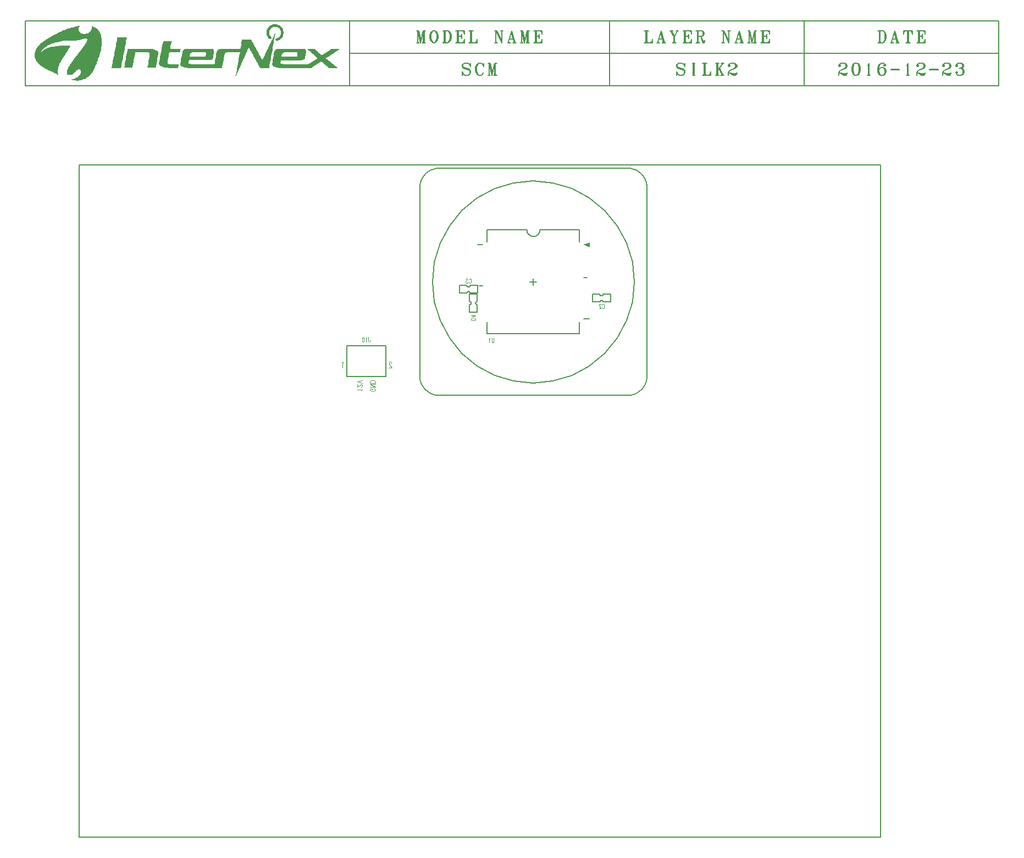
<source format=gbr>
%MOMM*%
%FSLAX33Y33*%
%ADD10C,0.203200*%
%ADD11C,0.120000*%
%ADD125C,0.200000*%
%ADD126C,0.152400*%
G90*G71*G01*D02*G54D10*X0Y0D02*X123500Y0D01*X123500Y103500D01*
X0Y103500D01*X0Y0D01*X62200Y91215D02*X61400Y91215D01*
X62200Y84865D02*X61700Y84865D01*X78300Y86135D02*X77800Y86135D01*
X78600Y79785D02*X77800Y79785D01*X71000Y93500D02*X70995Y93402D01*
X70981Y93305D01*X70957Y93210D01*X70924Y93117D01*X70882Y93029D01*
X70831Y92944D01*X70773Y92866D01*X70707Y92793D01*X70634Y92727D01*
X70556Y92669D01*X70471Y92618D01*X70383Y92576D01*X70290Y92543D01*
X70195Y92519D01*X70098Y92505D01*X70000Y92500D01*X69902Y92505D01*
X69805Y92519D01*X69710Y92543D01*X69617Y92576D01*X69529Y92618D01*
X69444Y92669D01*X69366Y92727D01*X69293Y92793D01*X69227Y92866D01*
X69169Y92944D01*X69118Y93029D01*X69076Y93117D01*X69043Y93210D01*
X69019Y93305D01*X69005Y93402D01*X69000Y93500D01*X62900Y91700D02*
X62900Y93500D01*X69000Y93500D01*X71000Y93500D02*X77100Y93500D01*
X77100Y91700D01*X77100Y79300D02*X77100Y77500D01*X62900Y77500D01*
X62900Y79300D01*X69500Y85500D02*X70500Y85500D01*X70000Y86000D02*
X70000Y85000D01*D02*G54D11*X45456Y69068D02*X45529Y69039D01*
X45602Y68981D01*X45650Y68927D01*X45650Y68814D01*X45602Y68760D01*
X45529Y68706D01*X45456Y68677D01*X45347Y68652D01*X45153Y68652D01*
X45044Y68677D01*X44959Y68706D01*X44886Y68760D01*X44850Y68814D01*
X44850Y68927D01*X44886Y68981D01*X44959Y69039D01*X45044Y69068D01*
X45153Y69068D01*X45153Y68927D01*X44850Y69292D02*X45650Y69292D01*
X44850Y69708D01*X45650Y69708D01*X45650Y69932D02*X45650Y70140D01*
X45602Y70227D01*X45529Y70286D01*X45456Y70315D01*X45347Y70348D01*
X45153Y70348D01*X45044Y70315D01*X44959Y70286D01*X44886Y70227D01*
X44850Y70140D01*X44850Y69932D01*X45650Y69932D01*X43492Y68814D02*
X43529Y68848D01*X43638Y68897D01*X42850Y68897D01*X43456Y69321D02*
X43492Y69321D01*X43565Y69350D01*X43602Y69379D01*X43650Y69438D01*
X43650Y69558D01*X43602Y69616D01*X43565Y69646D01*X43492Y69675D01*
X43420Y69675D01*X43347Y69646D01*X43226Y69587D01*X42850Y69292D01*
X42850Y69708D01*X43650Y69932D02*X42850Y70136D01*X43650Y70348D01*
X48151Y72982D02*X48151Y73023D01*X48118Y73105D01*X48086Y73145D01*
X48020Y73200D01*X47884Y73200D01*X47819Y73145D01*X47786Y73105D01*
X47753Y73023D01*X47753Y72941D01*X47786Y72859D01*X47852Y72723D01*
X48184Y72300D01*X47716Y72300D01*X44584Y76975D02*X44584Y76445D01*
X44616Y76339D01*X44648Y76307D01*X44708Y76275D01*X44775Y76275D01*
X44836Y76307D01*X44867Y76339D01*X44899Y76445D01*X44899Y76508D01*
X44285Y76837D02*X44260Y76869D01*X44221Y76964D01*X44221Y76275D01*
X43782Y76964D02*X43852Y76933D01*X43897Y76837D01*X43919Y76667D01*
X43919Y76572D01*X43897Y76402D01*X43852Y76307D01*X43782Y76275D01*
X43738Y76275D01*X43671Y76307D01*X43626Y76402D01*X43601Y76572D01*
X43601Y76667D01*X43626Y76837D01*X43671Y76933D01*X43738Y76964D01*
X43782Y76964D01*X40701Y73023D02*X40664Y73064D01*X40608Y73186D01*
X40608Y72300D01*X63904Y76850D02*X63904Y76352D01*X63882Y76245D01*
X63837Y76182D01*X63767Y76150D01*X63723Y76150D01*X63656Y76182D01*
X63611Y76245D01*X63586Y76352D01*X63586Y76850D01*X63290Y76712D02*
X63265Y76744D01*X63226Y76839D01*X63226Y76150D01*X60930Y79914D02*
X60994Y79892D01*X61058Y79847D01*X61100Y79806D01*X61100Y79720D01*
X61058Y79679D01*X60994Y79637D01*X60930Y79615D01*X60835Y79596D01*
X60665Y79596D01*X60570Y79615D01*X60495Y79637D01*X60432Y79679D01*
X60400Y79720D01*X60400Y79806D01*X60432Y79847D01*X60495Y79892D01*
X60570Y79914D01*X61089Y80296D02*X60400Y80296D01*X61089Y80296D02*
X60633Y80086D01*X60633Y80404D01*X80586Y81930D02*X80608Y81994D01*
X80653Y82058D01*X80694Y82100D01*X80780Y82100D01*X80821Y82058D01*
X80863Y81994D01*X80885Y81930D01*X80904Y81835D01*X80904Y81665D01*
X80885Y81570D01*X80863Y81495D01*X80821Y81432D01*X80780Y81400D01*
X80694Y81400D01*X80653Y81432D01*X80608Y81495D01*X80586Y81570D01*
X80392Y81930D02*X80392Y81962D01*X80370Y82026D01*X80347Y82058D01*
X80303Y82100D01*X80210Y82100D01*X80166Y82058D01*X80144Y82026D01*
X80121Y81962D01*X80121Y81898D01*X80144Y81835D01*X80188Y81729D01*
X80414Y81400D01*X80096Y81400D01*X60086Y85805D02*X60108Y85869D01*
X60153Y85933D01*X60194Y85975D01*X60280Y85975D01*X60321Y85933D01*
X60363Y85869D01*X60385Y85805D01*X60404Y85710D01*X60404Y85540D01*
X60385Y85445D01*X60363Y85370D01*X60321Y85307D01*X60280Y85275D01*
X60194Y85275D01*X60153Y85307D01*X60108Y85370D01*X60086Y85445D01*
X59870Y85964D02*X59621Y85964D01*X59758Y85699D01*X59688Y85699D01*
X59644Y85667D01*X59621Y85636D01*X59596Y85540D01*X59596Y85466D01*
X59621Y85370D01*X59666Y85307D01*X59733Y85275D01*X59803Y85275D01*
X59870Y85307D01*X59892Y85339D01*X59914Y85402D01*D02*G54D125*
X47250Y75700D02*X41250Y75700D01*X41250Y70950D01*X47250Y70950D01*
X47250Y75700D01*X87500Y71000D02*X87496Y70853D01*X87486Y70706D01*
X87468Y70560D01*X87442Y70415D01*X87410Y70271D01*X87371Y70129D01*
X87325Y69989D01*X87272Y69852D01*X87212Y69717D01*X87146Y69586D01*
X87073Y69458D01*X86994Y69333D01*X86910Y69213D01*X86819Y69097D01*
X86723Y68985D01*X86621Y68879D01*X86515Y68777D01*X86403Y68681D01*
X86287Y68590D01*X86167Y68506D01*X86042Y68427D01*X85914Y68354D01*
X85783Y68288D01*X85648Y68228D01*X85511Y68175D01*X85371Y68129D01*
X85229Y68090D01*X85085Y68058D01*X84940Y68032D01*X84794Y68014D01*
X84647Y68004D01*X84500Y68000D01*X55500Y68000D02*X55353Y68004D01*
X55206Y68014D01*X55060Y68032D01*X54915Y68058D01*X54771Y68090D01*
X54629Y68129D01*X54489Y68175D01*X54352Y68228D01*X54217Y68288D01*
X54086Y68354D01*X53958Y68427D01*X53833Y68506D01*X53713Y68590D01*
X53597Y68681D01*X53485Y68777D01*X53379Y68879D01*X53277Y68985D01*
X53181Y69097D01*X53090Y69213D01*X53006Y69333D01*X52927Y69458D01*
X52854Y69586D01*X52788Y69717D01*X52728Y69852D01*X52675Y69989D01*
X52629Y70129D01*X52590Y70271D01*X52558Y70415D01*X52532Y70560D01*
X52514Y70706D01*X52504Y70853D01*X52500Y71000D01*X52500Y100000D02*
X52504Y100147D01*X52514Y100294D01*X52532Y100440D01*X52558Y100585D01*
X52590Y100729D01*X52629Y100871D01*X52675Y101011D01*X52728Y101148D01*
X52788Y101283D01*X52854Y101414D01*X52927Y101542D01*X53006Y101667D01*
X53090Y101787D01*X53181Y101903D01*X53277Y102015D01*X53379Y102121D01*
X53485Y102223D01*X53597Y102319D01*X53713Y102410D01*X53833Y102494D01*
X53958Y102573D01*X54086Y102646D01*X54217Y102712D01*X54352Y102772D01*
X54489Y102825D01*X54629Y102871D01*X54771Y102910D01*X54915Y102942D01*
X55060Y102968D01*X55206Y102986D01*X55353Y102996D01*X55500Y103000D01*
X84500Y103000D02*X84647Y102996D01*X84794Y102986D01*X84940Y102968D01*
X85085Y102942D01*X85229Y102910D01*X85371Y102871D01*X85511Y102825D01*
X85648Y102772D01*X85783Y102712D01*X85914Y102646D01*X86042Y102573D01*
X86167Y102494D01*X86287Y102410D01*X86403Y102319D01*X86515Y102223D01*
X86621Y102121D01*X86723Y102015D01*X86819Y101903D01*X86910Y101787D01*
X86994Y101667D01*X87073Y101542D01*X87146Y101414D01*X87212Y101283D01*
X87272Y101148D01*X87325Y101011D01*X87371Y100871D01*X87410Y100729D01*
X87442Y100585D01*X87468Y100440D01*X87486Y100294D01*X87496Y100147D01*
X87500Y100000D01*X87500Y100000D02*X87500Y71000D01*X55500Y103000D02*
X84500Y103000D01*X84500Y68000D02*X55500Y68000D01*X52500Y71000D02*
X52500Y100000D01*X54444Y85500D02*X54743Y82465D01*X55628Y79547D01*
X57065Y76857D01*X59000Y74500D01*X61357Y72565D01*X64047Y71128D01*
X66965Y70243D01*X70000Y69944D01*X73035Y70243D01*X75953Y71128D01*
X78643Y72565D01*X81000Y74500D01*X82935Y76857D01*X84372Y79547D01*
X85257Y82465D01*X85556Y85500D01*X85257Y88535D01*X84372Y91453D01*
X82935Y94143D01*X81000Y96500D01*X78643Y98435D01*X75953Y99872D01*
X73035Y100757D01*X70000Y101056D01*X66965Y100757D01*X64047Y99872D01*
X61357Y98435D01*X59000Y96500D01*X57065Y94143D01*X55628Y91453D01*
X54743Y88535D01*X54444Y85500D01*X41700Y125700D02*X-8300Y125700D01*
X-8300Y115700D01*X41700Y115700D01*X41700Y120700D02*X141700Y120700D01*
X81700Y125700D02*X81700Y115700D01*X41700Y125700D02*X141700Y125700D01*
X141700Y115700D02*X41700Y115700D01*X41700Y125700D02*X41700Y115700D01*
X141700Y125700D02*X141700Y115700D01*X111700Y125700D02*X111700Y115700D01*
X117141Y118836D02*X117141Y118745D01*X117232Y118745D01*X117232Y118836D01*
X117141Y118836D01*X117141Y118927D02*X117232Y118927D01*X117323Y118836D01*
X117323Y118745D01*X117232Y118655D01*X117141Y118655D01*X117050Y118745D01*
X117050Y118836D01*X117141Y119018D01*X117232Y119109D01*X117505Y119170D01*
X117882Y119170D01*X118155Y119109D01*X118246Y119018D01*X118350Y118836D01*
X118350Y118655D01*X118246Y118503D01*X117973Y118321D01*X117505Y118139D01*
X117323Y118048D01*X117141Y117867D01*X117050Y117624D01*X117050Y117352D01*
X118155Y119018D02*X118246Y118836D01*X118246Y118655D01*X118155Y118503D01*
X117882Y119170D02*X118064Y119109D01*X118155Y118836D01*X118155Y118655D01*
X118064Y118503D01*X117882Y118321D01*X117505Y118139D01*X117050Y117533D02*
X117141Y117624D01*X117323Y117624D01*X117778Y117533D01*X118155Y117533D01*
X118350Y117624D01*X117323Y117624D02*X117778Y117442D01*X118155Y117442D01*
X118246Y117533D01*X117323Y117624D02*X117778Y117352D01*X118155Y117352D01*
X118246Y117442D01*X118350Y117624D01*X118350Y117776D01*X119596Y119170D02*
X119323Y119109D01*X119141Y118836D01*X119050Y118412D01*X119050Y118139D01*
X119141Y117715D01*X119323Y117442D01*X119596Y117352D01*X119791Y117352D01*
X120064Y117442D01*X120246Y117715D01*X120350Y118139D01*X120350Y118412D01*
X120246Y118836D01*X120064Y119109D01*X119791Y119170D01*X119596Y119170D01*
X119323Y119018D02*X119232Y118836D01*X119141Y118503D01*X119141Y118048D01*
X119232Y117715D01*X119323Y117533D01*X120064Y117533D02*X120155Y117715D01*
X120246Y118048D01*X120246Y118503D01*X120155Y118836D01*X120064Y119018D01*
X119596Y119170D02*X119414Y119109D01*X119323Y118927D01*X119232Y118503D01*
X119232Y118048D01*X119323Y117624D01*X119414Y117442D01*X119596Y117352D01*
X119791Y117352D02*X119973Y117442D01*X120064Y117624D01*X120155Y118048D01*
X120155Y118503D01*X120064Y118927D01*X119973Y119109D01*X119791Y119170D01*
X121635Y119018D02*X121635Y117352D01*X121687Y119018D02*X121687Y117442D01*
X121726Y119170D02*X121726Y117352D01*X121726Y119170D02*X121596Y118927D01*
X121518Y118836D01*X121479Y117352D02*X121895Y117352D01*X121635Y117442D02*
X121557Y117352D01*X121635Y117533D02*X121596Y117352D01*X121726Y117533D02*
X121765Y117352D01*X121726Y117442D02*X121804Y117352D01*X124064Y118927D02*
X124064Y118836D01*X124155Y118836D01*X124155Y118927D01*X124064Y118927D01*
X124155Y119018D02*X124064Y119018D01*X123973Y118927D01*X123973Y118836D01*
X124064Y118745D01*X124155Y118745D01*X124246Y118836D01*X124246Y118927D01*
X124155Y119109D01*X123973Y119170D01*X123700Y119170D01*X123414Y119109D01*
X123232Y118927D01*X123141Y118745D01*X123050Y118412D01*X123050Y117867D01*
X123141Y117624D01*X123323Y117442D01*X123596Y117352D01*X123791Y117352D01*
X124064Y117442D01*X124246Y117624D01*X124350Y117867D01*X124350Y117958D01*
X124246Y118230D01*X124064Y118412D01*X123791Y118503D01*X123596Y118503D01*
X123414Y118412D01*X123323Y118321D01*X123232Y118139D01*X123323Y118927D02*
X123232Y118745D01*X123141Y118412D01*X123141Y117867D01*X123232Y117624D01*
X123323Y117533D01*X124155Y117624D02*X124246Y117776D01*X124246Y118048D01*
X124155Y118230D01*X123700Y119170D02*X123505Y119109D01*X123414Y119018D01*
X123323Y118836D01*X123232Y118503D01*X123232Y117867D01*X123323Y117624D01*
X123414Y117442D01*X123596Y117352D01*X123791Y117352D02*X123973Y117442D01*
X124064Y117533D01*X124155Y117776D01*X124155Y118048D01*X124064Y118321D01*
X123973Y118412D01*X123791Y118503D01*X125050Y118230D02*X126350Y118230D01*
X126350Y118139D01*X125050Y118230D02*X125050Y118139D01*X126350Y118139D01*
X127635Y119018D02*X127635Y117352D01*X127687Y119018D02*X127687Y117442D01*
X127726Y119170D02*X127726Y117352D01*X127726Y119170D02*X127596Y118927D01*
X127518Y118836D01*X127479Y117352D02*X127895Y117352D01*X127635Y117442D02*
X127557Y117352D01*X127635Y117533D02*X127596Y117352D01*X127726Y117533D02*
X127765Y117352D01*X127726Y117442D02*X127804Y117352D01*X129141Y118836D02*
X129141Y118745D01*X129232Y118745D01*X129232Y118836D01*X129141Y118836D01*
X129141Y118927D02*X129232Y118927D01*X129323Y118836D01*X129323Y118745D01*
X129232Y118655D01*X129141Y118655D01*X129050Y118745D01*X129050Y118836D01*
X129141Y119018D01*X129232Y119109D01*X129505Y119170D01*X129882Y119170D01*
X130155Y119109D01*X130246Y119018D01*X130350Y118836D01*X130350Y118655D01*
X130246Y118503D01*X129973Y118321D01*X129505Y118139D01*X129323Y118048D01*
X129141Y117867D01*X129050Y117624D01*X129050Y117352D01*X130155Y119018D02*
X130246Y118836D01*X130246Y118655D01*X130155Y118503D01*X129882Y119170D02*
X130064Y119109D01*X130155Y118836D01*X130155Y118655D01*X130064Y118503D01*
X129882Y118321D01*X129505Y118139D01*X129050Y117533D02*X129141Y117624D01*
X129323Y117624D01*X129778Y117533D01*X130155Y117533D01*X130350Y117624D01*
X129323Y117624D02*X129778Y117442D01*X130155Y117442D01*X130246Y117533D01*
X129323Y117624D02*X129778Y117352D01*X130155Y117352D01*X130246Y117442D01*
X130350Y117624D01*X130350Y117776D01*X131050Y118230D02*X132350Y118230D01*
X132350Y118139D01*X131050Y118230D02*X131050Y118139D01*X132350Y118139D01*
X133141Y118836D02*X133141Y118745D01*X133232Y118745D01*X133232Y118836D01*
X133141Y118836D01*X133141Y118927D02*X133232Y118927D01*X133323Y118836D01*
X133323Y118745D01*X133232Y118655D01*X133141Y118655D01*X133050Y118745D01*
X133050Y118836D01*X133141Y119018D01*X133232Y119109D01*X133505Y119170D01*
X133882Y119170D01*X134155Y119109D01*X134246Y119018D01*X134350Y118836D01*
X134350Y118655D01*X134246Y118503D01*X133973Y118321D01*X133505Y118139D01*
X133323Y118048D01*X133141Y117867D01*X133050Y117624D01*X133050Y117352D01*
X134155Y119018D02*X134246Y118836D01*X134246Y118655D01*X134155Y118503D01*
X133882Y119170D02*X134064Y119109D01*X134155Y118836D01*X134155Y118655D01*
X134064Y118503D01*X133882Y118321D01*X133505Y118139D01*X133050Y117533D02*
X133141Y117624D01*X133323Y117624D01*X133778Y117533D01*X134155Y117533D01*
X134350Y117624D01*X133323Y117624D02*X133778Y117442D01*X134155Y117442D01*
X134246Y117533D01*X133323Y117624D02*X133778Y117352D01*X134155Y117352D01*
X134246Y117442D01*X134350Y117624D01*X134350Y117776D01*X135141Y118836D02*
X135141Y118745D01*X135232Y118745D01*X135232Y118836D01*X135141Y118836D01*
X135141Y118927D02*X135232Y118927D01*X135323Y118836D01*X135323Y118745D01*
X135232Y118655D01*X135141Y118655D01*X135050Y118745D01*X135050Y118836D01*
X135141Y119018D01*X135232Y119109D01*X135505Y119170D01*X135882Y119170D01*
X136155Y119109D01*X136246Y118927D01*X136246Y118655D01*X136155Y118503D01*
X135882Y118412D01*X136064Y119109D02*X136155Y118927D01*X136155Y118655D01*
X136064Y118503D01*X135791Y119170D02*X135973Y119109D01*X136064Y118927D01*
X136064Y118655D01*X135973Y118503D01*X135791Y118412D01*X135596Y118412D02*
X135882Y118412D01*X136064Y118321D01*X136246Y118139D01*X136350Y117958D01*
X136350Y117715D01*X136246Y117533D01*X136155Y117442D01*X135882Y117352D01*
X135505Y117352D01*X135232Y117442D01*X135141Y117533D01*X135050Y117715D01*
X135050Y117776D01*X135141Y117867D01*X135232Y117867D01*X135323Y117776D01*
X135323Y117715D01*X135232Y117624D01*X135141Y117624D01*X136155Y118139D02*
X136246Y117958D01*X136246Y117715D01*X136155Y117533D01*X135791Y118412D02*
X135973Y118321D01*X136064Y118230D01*X136155Y117958D01*X136155Y117715D01*
X136064Y117442D01*X135882Y117352D01*X135141Y117776D02*X135141Y117715D01*
X135232Y117715D01*X135232Y117776D01*X135141Y117776D01*X123271Y124170D02*
X123271Y122352D01*X123349Y124109D02*X123349Y122442D01*X123427Y124170D02*
X123427Y122352D01*X123050Y124170D02*X123804Y124170D01*X124038Y124109D01*
X124194Y123927D01*X124272Y123745D01*X124350Y123503D01*X124350Y123048D01*
X124272Y122776D01*X124194Y122624D01*X124038Y122442D01*X123804Y122352D01*
X123050Y122352D01*X124116Y123927D02*X124194Y123745D01*X124272Y123503D01*
X124272Y123048D01*X124194Y122776D01*X124116Y122624D01*X123804Y124170D02*
X123960Y124109D01*X124116Y123836D01*X124194Y123503D01*X124194Y123048D01*
X124116Y122715D01*X123960Y122442D01*X123804Y122352D01*X123115Y124170D02*
X123271Y124109D01*X123193Y124170D02*X123271Y124018D01*X123505Y124170D02*
X123427Y124018D01*X123583Y124170D02*X123427Y124109D01*X123271Y122442D02*
X123115Y122352D01*X123271Y122533D02*X123193Y122352D01*X123427Y122533D02*
X123505Y122352D01*X123427Y122442D02*X123583Y122352D01*X125700Y124170D02*
X125193Y122442D01*X125622Y123927D02*X126051Y122352D01*X125700Y123927D02*
X126129Y122352D01*X125700Y124170D02*X126194Y122352D01*X125336Y122867D02*
X125986Y122867D01*X125050Y122352D02*X125479Y122352D01*X125843Y122352D02*
X126350Y122352D01*X125193Y122442D02*X125115Y122352D01*X125193Y122442D02*
X125336Y122352D01*X126051Y122442D02*X125908Y122352D01*X126051Y122533D02*
X125986Y122352D01*X126129Y122533D02*X126272Y122352D01*X127050Y124170D02*
X127050Y123655D01*X127609Y124170D02*X127609Y122352D01*X127700Y124109D02*
X127700Y122442D01*X127778Y124170D02*X127778Y122352D01*X128350Y124170D02*
X128350Y123655D01*X127050Y124170D02*X128350Y124170D01*X127375Y122352D02*
X128012Y122352D01*X127128Y124170D02*X127050Y123655D01*X127206Y124170D02*
X127050Y123927D01*X127284Y124170D02*X127050Y124018D01*X127453Y124170D02*
X127050Y124109D01*X127934Y124170D02*X128350Y124109D01*X128103Y124170D02*
X128350Y124018D01*X128181Y124170D02*X128350Y123927D01*X128259Y124170D02*
X128350Y123655D01*X127609Y122442D02*X127453Y122352D01*X127609Y122533D02*
X127531Y122352D01*X127778Y122533D02*X127856Y122352D01*X127778Y122442D02*
X127934Y122352D01*X129284Y124170D02*X129284Y122352D01*X129362Y124109D02*
X129362Y122442D01*X129453Y124170D02*X129453Y122352D01*X129050Y124170D02*
X130350Y124170D01*X130350Y123655D01*X129453Y123321D02*X129934Y123321D01*
X129934Y123655D02*X129934Y122958D01*X129050Y122352D02*X130350Y122352D01*
X130350Y122867D01*X129128Y124170D02*X129284Y124109D01*X129206Y124170D02*
X129284Y124018D01*X129531Y124170D02*X129453Y124018D01*X129609Y124170D02*
X129453Y124109D01*X129934Y124170D02*X130350Y124109D01*X130103Y124170D02*
X130350Y124018D01*X130181Y124170D02*X130350Y123927D01*X130259Y124170D02*
X130350Y123655D01*X129934Y123655D02*X129856Y123321D01*X129934Y122958D01*
X129934Y123503D02*X129778Y123321D01*X129934Y123139D01*X129934Y123412D02*
X129609Y123321D01*X129934Y123230D01*X129284Y122442D02*X129128Y122352D01*
X129284Y122533D02*X129206Y122352D01*X129453Y122533D02*X129531Y122352D01*
X129453Y122442D02*X129609Y122352D01*X129934Y122352D02*X130350Y122442D01*
X130103Y122352D02*X130350Y122533D01*X130181Y122352D02*X130350Y122624D01*
X130259Y122352D02*X130350Y122867D01*X87310Y124170D02*X87310Y122352D01*
X87388Y124109D02*X87388Y122442D01*X87479Y124170D02*X87479Y122352D01*
X87050Y124170D02*X87739Y124170D01*X87050Y122352D02*X88350Y122352D01*
X88350Y122867D01*X87128Y124170D02*X87310Y124109D01*X87219Y124170D02*
X87310Y124018D01*X87570Y124170D02*X87479Y124018D01*X87648Y124170D02*
X87479Y124109D01*X87310Y122442D02*X87128Y122352D01*X87310Y122533D02*
X87219Y122352D01*X87479Y122533D02*X87570Y122352D01*X87479Y122442D02*
X87648Y122352D01*X87908Y122352D02*X88350Y122442D01*X88077Y122352D02*
X88350Y122533D01*X88168Y122352D02*X88350Y122624D01*X88259Y122352D02*
X88350Y122867D01*X89700Y124170D02*X89193Y122442D01*X89622Y123927D02*
X90051Y122352D01*X89700Y123927D02*X90129Y122352D01*X89700Y124170D02*
X90194Y122352D01*X89336Y122867D02*X89986Y122867D01*X89050Y122352D02*
X89479Y122352D01*X89843Y122352D02*X90350Y122352D01*X89193Y122442D02*
X89115Y122352D01*X89193Y122442D02*X89336Y122352D01*X90051Y122442D02*
X89908Y122352D01*X90051Y122533D02*X89986Y122352D01*X90129Y122533D02*
X90272Y122352D01*X91180Y124170D02*X91622Y123230D01*X91622Y122352D01*
X91245Y124170D02*X91687Y123230D01*X91687Y122442D01*X91297Y124170D02*
X91765Y123230D01*X91765Y122352D01*X92142Y124109D02*X91765Y123230D01*
X91050Y124170D02*X91505Y124170D01*X91947Y124170D02*X92350Y124170D01*
X91440Y122352D02*X91947Y122352D01*X91115Y124170D02*X91245Y124109D01*
X91440Y124170D02*X91297Y124109D01*X92025Y124170D02*X92142Y124109D01*
X92272Y124170D02*X92142Y124109D01*X91622Y122442D02*X91505Y122352D01*
X91622Y122533D02*X91557Y122352D01*X91765Y122533D02*X91817Y122352D01*
X91765Y122442D02*X91882Y122352D01*X93284Y124170D02*X93284Y122352D01*
X93362Y124109D02*X93362Y122442D01*X93453Y124170D02*X93453Y122352D01*
X93050Y124170D02*X94350Y124170D01*X94350Y123655D01*X93453Y123321D02*
X93934Y123321D01*X93934Y123655D02*X93934Y122958D01*X93050Y122352D02*
X94350Y122352D01*X94350Y122867D01*X93128Y124170D02*X93284Y124109D01*
X93206Y124170D02*X93284Y124018D01*X93531Y124170D02*X93453Y124018D01*
X93609Y124170D02*X93453Y124109D01*X93934Y124170D02*X94350Y124109D01*
X94103Y124170D02*X94350Y124018D01*X94181Y124170D02*X94350Y123927D01*
X94259Y124170D02*X94350Y123655D01*X93934Y123655D02*X93856Y123321D01*
X93934Y122958D01*X93934Y123503D02*X93778Y123321D01*X93934Y123139D01*
X93934Y123412D02*X93609Y123321D01*X93934Y123230D01*X93284Y122442D02*
X93128Y122352D01*X93284Y122533D02*X93206Y122352D01*X93453Y122533D02*
X93531Y122352D01*X93453Y122442D02*X93609Y122352D01*X93934Y122352D02*
X94350Y122442D01*X94103Y122352D02*X94350Y122533D01*X94181Y122352D02*
X94350Y122624D01*X94259Y122352D02*X94350Y122867D01*X95258Y124170D02*
X95258Y122352D01*X95336Y124109D02*X95336Y122442D01*X95401Y124170D02*
X95401Y122352D01*X95050Y124170D02*X95908Y124170D01*X96129Y124109D01*
X96194Y124018D01*X96272Y123836D01*X96272Y123655D01*X96194Y123503D01*
X96129Y123412D01*X95908Y123321D01*X95401Y123321D01*X96129Y124018D02*
X96194Y123836D01*X96194Y123655D01*X96129Y123503D01*X95908Y124170D02*
X96051Y124109D01*X96129Y123927D01*X96129Y123564D01*X96051Y123412D01*
X95908Y123321D01*X95687Y123321D02*X95843Y123230D01*X95908Y123048D01*
X96051Y122533D01*X96129Y122352D01*X96272Y122352D01*X96350Y122533D01*
X96350Y122715D01*X96051Y122715D02*X96129Y122533D01*X96194Y122442D01*
X96272Y122442D01*X95843Y123230D02*X95908Y123139D01*X96129Y122624D01*
X96194Y122533D01*X96272Y122533D01*X96350Y122624D01*X95050Y122352D02*
X95622Y122352D01*X95115Y124170D02*X95258Y124109D01*X95193Y124170D02*
X95258Y124018D01*X95479Y124170D02*X95401Y124018D01*X95544Y124170D02*
X95401Y124109D01*X95258Y122442D02*X95115Y122352D01*X95258Y122533D02*
X95193Y122352D01*X95401Y122533D02*X95479Y122352D01*X95401Y122442D02*
X95544Y122352D01*X99232Y124170D02*X99232Y122442D01*X99232Y124170D02*
X100142Y122352D01*X99310Y124170D02*X100077Y122624D01*X99362Y124170D02*
X100142Y122624D01*X100142Y124109D02*X100142Y122352D01*X99050Y124170D02*
X99362Y124170D01*X99960Y124170D02*X100350Y124170D01*X99050Y122352D02*
X99427Y122352D01*X99102Y124170D02*X99232Y124109D01*X100025Y124170D02*
X100142Y124109D01*X100285Y124170D02*X100142Y124109D01*X99232Y122442D02*
X99102Y122352D01*X99232Y122442D02*X99362Y122352D01*X101700Y124170D02*
X101193Y122442D01*X101622Y123927D02*X102051Y122352D01*X101700Y123927D02*
X102129Y122352D01*X101700Y124170D02*X102194Y122352D01*X101336Y122867D02*
X101986Y122867D01*X101050Y122352D02*X101479Y122352D01*X101843Y122352D02*
X102350Y122352D01*X101193Y122442D02*X101115Y122352D01*X101193Y122442D02*
X101336Y122352D01*X102051Y122442D02*X101908Y122352D01*X102051Y122533D02*
X101986Y122352D01*X102129Y122533D02*X102272Y122352D01*X103219Y124170D02*
X103219Y122442D01*X103219Y124170D02*X103635Y122352D01*X103284Y124170D02*
X103635Y122624D01*X103336Y124170D02*X103687Y122624D01*X104051Y124170D02*
X103635Y122352D01*X104051Y124170D02*X104051Y122352D01*X104103Y124109D02*
X104103Y122442D01*X104168Y124170D02*X104168Y122352D01*X103050Y124170D02*
X103336Y124170D01*X104051Y124170D02*X104350Y124170D01*X103050Y122352D02*
X103401Y122352D01*X103869Y122352D02*X104350Y122352D01*X103102Y124170D02*
X103219Y124109D01*X104220Y124170D02*X104168Y124018D01*X104285Y124170D02*
X104168Y124109D01*X103219Y122442D02*X103102Y122352D01*X103219Y122442D02*
X103336Y122352D01*X104051Y122442D02*X103934Y122352D01*X104051Y122533D02*
X103986Y122352D01*X104168Y122533D02*X104220Y122352D01*X104168Y122442D02*
X104285Y122352D01*X105284Y124170D02*X105284Y122352D01*X105362Y124109D02*
X105362Y122442D01*X105453Y124170D02*X105453Y122352D01*X105050Y124170D02*
X106350Y124170D01*X106350Y123655D01*X105453Y123321D02*X105934Y123321D01*
X105934Y123655D02*X105934Y122958D01*X105050Y122352D02*X106350Y122352D01*
X106350Y122867D01*X105128Y124170D02*X105284Y124109D01*X105206Y124170D02*
X105284Y124018D01*X105531Y124170D02*X105453Y124018D01*X105609Y124170D02*
X105453Y124109D01*X105934Y124170D02*X106350Y124109D01*X106103Y124170D02*
X106350Y124018D01*X106181Y124170D02*X106350Y123927D01*X106259Y124170D02*
X106350Y123655D01*X105934Y123655D02*X105856Y123321D01*X105934Y122958D01*
X105934Y123503D02*X105778Y123321D01*X105934Y123139D01*X105934Y123412D02*
X105609Y123321D01*X105934Y123230D01*X105284Y122442D02*X105128Y122352D01*
X105284Y122533D02*X105206Y122352D01*X105453Y122533D02*X105531Y122352D01*
X105453Y122442D02*X105609Y122352D01*X105934Y122352D02*X106350Y122442D01*
X106103Y122352D02*X106350Y122533D01*X106181Y122352D02*X106350Y122624D01*
X106259Y122352D02*X106350Y122867D01*X52219Y124170D02*X52219Y122442D01*
X52219Y124170D02*X52635Y122352D01*X52284Y124170D02*X52635Y122624D01*
X52336Y124170D02*X52687Y122624D01*X53051Y124170D02*X52635Y122352D01*
X53051Y124170D02*X53051Y122352D01*X53103Y124109D02*X53103Y122442D01*
X53168Y124170D02*X53168Y122352D01*X52050Y124170D02*X52336Y124170D01*
X53051Y124170D02*X53350Y124170D01*X52050Y122352D02*X52401Y122352D01*
X52869Y122352D02*X53350Y122352D01*X52102Y124170D02*X52219Y124109D01*
X53220Y124170D02*X53168Y124018D01*X53285Y124170D02*X53168Y124109D01*
X52219Y122442D02*X52102Y122352D01*X52219Y122442D02*X52336Y122352D01*
X53051Y122442D02*X52934Y122352D01*X53051Y122533D02*X52986Y122352D01*
X53168Y122533D02*X53220Y122352D01*X53168Y122442D02*X53285Y122352D01*
X54609Y124170D02*X54375Y124109D01*X54206Y123927D01*X54128Y123745D01*
X54050Y123412D01*X54050Y123139D01*X54128Y122776D01*X54206Y122624D01*
X54375Y122442D01*X54609Y122352D01*X54778Y122352D01*X55025Y122442D01*
X55181Y122624D01*X55259Y122776D01*X55350Y123139D01*X55350Y123412D01*
X55259Y123745D01*X55181Y123927D01*X55025Y124109D01*X54778Y124170D01*
X54609Y124170D01*X54284Y123927D02*X54206Y123745D01*X54128Y123503D01*
X54128Y123048D01*X54206Y122776D01*X54284Y122624D01*X55103Y122624D02*
X55181Y122776D01*X55259Y123048D01*X55259Y123503D01*X55181Y123745D01*
X55103Y123927D01*X54609Y124170D02*X54453Y124109D01*X54284Y123836D01*
X54206Y123503D01*X54206Y123048D01*X54284Y122715D01*X54453Y122442D01*
X54609Y122352D01*X54778Y122352D02*X54934Y122442D01*X55103Y122715D01*
X55181Y123048D01*X55181Y123503D01*X55103Y123836D01*X54934Y124109D01*
X54778Y124170D01*X56271Y124170D02*X56271Y122352D01*X56349Y124109D02*
X56349Y122442D01*X56427Y124170D02*X56427Y122352D01*X56050Y124170D02*
X56804Y124170D01*X57038Y124109D01*X57194Y123927D01*X57272Y123745D01*
X57350Y123503D01*X57350Y123048D01*X57272Y122776D01*X57194Y122624D01*
X57038Y122442D01*X56804Y122352D01*X56050Y122352D01*X57116Y123927D02*
X57194Y123745D01*X57272Y123503D01*X57272Y123048D01*X57194Y122776D01*
X57116Y122624D01*X56804Y124170D02*X56960Y124109D01*X57116Y123836D01*
X57194Y123503D01*X57194Y123048D01*X57116Y122715D01*X56960Y122442D01*
X56804Y122352D01*X56115Y124170D02*X56271Y124109D01*X56193Y124170D02*
X56271Y124018D01*X56505Y124170D02*X56427Y124018D01*X56583Y124170D02*
X56427Y124109D01*X56271Y122442D02*X56115Y122352D01*X56271Y122533D02*
X56193Y122352D01*X56427Y122533D02*X56505Y122352D01*X56427Y122442D02*
X56583Y122352D01*X58284Y124170D02*X58284Y122352D01*X58362Y124109D02*
X58362Y122442D01*X58453Y124170D02*X58453Y122352D01*X58050Y124170D02*
X59350Y124170D01*X59350Y123655D01*X58453Y123321D02*X58934Y123321D01*
X58934Y123655D02*X58934Y122958D01*X58050Y122352D02*X59350Y122352D01*
X59350Y122867D01*X58128Y124170D02*X58284Y124109D01*X58206Y124170D02*
X58284Y124018D01*X58531Y124170D02*X58453Y124018D01*X58609Y124170D02*
X58453Y124109D01*X58934Y124170D02*X59350Y124109D01*X59103Y124170D02*
X59350Y124018D01*X59181Y124170D02*X59350Y123927D01*X59259Y124170D02*
X59350Y123655D01*X58934Y123655D02*X58856Y123321D01*X58934Y122958D01*
X58934Y123503D02*X58778Y123321D01*X58934Y123139D01*X58934Y123412D02*
X58609Y123321D01*X58934Y123230D01*X58284Y122442D02*X58128Y122352D01*
X58284Y122533D02*X58206Y122352D01*X58453Y122533D02*X58531Y122352D01*
X58453Y122442D02*X58609Y122352D01*X58934Y122352D02*X59350Y122442D01*
X59103Y122352D02*X59350Y122533D01*X59181Y122352D02*X59350Y122624D01*
X59259Y122352D02*X59350Y122867D01*X60310Y124170D02*X60310Y122352D01*
X60388Y124109D02*X60388Y122442D01*X60479Y124170D02*X60479Y122352D01*
X60050Y124170D02*X60739Y124170D01*X60050Y122352D02*X61350Y122352D01*
X61350Y122867D01*X60128Y124170D02*X60310Y124109D01*X60219Y124170D02*
X60310Y124018D01*X60570Y124170D02*X60479Y124018D01*X60648Y124170D02*
X60479Y124109D01*X60310Y122442D02*X60128Y122352D01*X60310Y122533D02*
X60219Y122352D01*X60479Y122533D02*X60570Y122352D01*X60479Y122442D02*
X60648Y122352D01*X60908Y122352D02*X61350Y122442D01*X61077Y122352D02*
X61350Y122533D01*X61168Y122352D02*X61350Y122624D01*X61259Y122352D02*
X61350Y122867D01*X64232Y124170D02*X64232Y122442D01*X64232Y124170D02*
X65142Y122352D01*X64310Y124170D02*X65077Y122624D01*X64362Y124170D02*
X65142Y122624D01*X65142Y124109D02*X65142Y122352D01*X64050Y124170D02*
X64362Y124170D01*X64960Y124170D02*X65350Y124170D01*X64050Y122352D02*
X64427Y122352D01*X64102Y124170D02*X64232Y124109D01*X65025Y124170D02*
X65142Y124109D01*X65285Y124170D02*X65142Y124109D01*X64232Y122442D02*
X64102Y122352D01*X64232Y122442D02*X64362Y122352D01*X66700Y124170D02*
X66193Y122442D01*X66622Y123927D02*X67051Y122352D01*X66700Y123927D02*
X67129Y122352D01*X66700Y124170D02*X67194Y122352D01*X66336Y122867D02*
X66986Y122867D01*X66050Y122352D02*X66479Y122352D01*X66843Y122352D02*
X67350Y122352D01*X66193Y122442D02*X66115Y122352D01*X66193Y122442D02*
X66336Y122352D01*X67051Y122442D02*X66908Y122352D01*X67051Y122533D02*
X66986Y122352D01*X67129Y122533D02*X67272Y122352D01*X68219Y124170D02*
X68219Y122442D01*X68219Y124170D02*X68635Y122352D01*X68284Y124170D02*
X68635Y122624D01*X68336Y124170D02*X68687Y122624D01*X69051Y124170D02*
X68635Y122352D01*X69051Y124170D02*X69051Y122352D01*X69103Y124109D02*
X69103Y122442D01*X69168Y124170D02*X69168Y122352D01*X68050Y124170D02*
X68336Y124170D01*X69051Y124170D02*X69350Y124170D01*X68050Y122352D02*
X68401Y122352D01*X68869Y122352D02*X69350Y122352D01*X68102Y124170D02*
X68219Y124109D01*X69220Y124170D02*X69168Y124018D01*X69285Y124170D02*
X69168Y124109D01*X68219Y122442D02*X68102Y122352D01*X68219Y122442D02*
X68336Y122352D01*X69051Y122442D02*X68934Y122352D01*X69051Y122533D02*
X68986Y122352D01*X69168Y122533D02*X69220Y122352D01*X69168Y122442D02*
X69285Y122352D01*X70284Y124170D02*X70284Y122352D01*X70362Y124109D02*
X70362Y122442D01*X70453Y124170D02*X70453Y122352D01*X70050Y124170D02*
X71350Y124170D01*X71350Y123655D01*X70453Y123321D02*X70934Y123321D01*
X70934Y123655D02*X70934Y122958D01*X70050Y122352D02*X71350Y122352D01*
X71350Y122867D01*X70128Y124170D02*X70284Y124109D01*X70206Y124170D02*
X70284Y124018D01*X70531Y124170D02*X70453Y124018D01*X70609Y124170D02*
X70453Y124109D01*X70934Y124170D02*X71350Y124109D01*X71103Y124170D02*
X71350Y124018D01*X71181Y124170D02*X71350Y123927D01*X71259Y124170D02*
X71350Y123655D01*X70934Y123655D02*X70856Y123321D01*X70934Y122958D01*
X70934Y123503D02*X70778Y123321D01*X70934Y123139D01*X70934Y123412D02*
X70609Y123321D01*X70934Y123230D01*X70284Y122442D02*X70128Y122352D01*
X70284Y122533D02*X70206Y122352D01*X70453Y122533D02*X70531Y122352D01*
X70453Y122442D02*X70609Y122352D01*X70934Y122352D02*X71350Y122442D01*
X71103Y122352D02*X71350Y122533D01*X71181Y122352D02*X71350Y122624D01*
X71259Y122352D02*X71350Y122867D01*X60246Y118927D02*X60350Y119170D01*
X60350Y118655D01*X60246Y118927D01*X60064Y119109D01*X59778Y119170D01*
X59505Y119170D01*X59232Y119109D01*X59050Y118927D01*X59050Y118655D01*
X59141Y118503D01*X59414Y118321D01*X59973Y118139D01*X60155Y118048D01*
X60246Y117867D01*X60246Y117624D01*X60155Y117442D01*X59141Y118655D02*
X59232Y118503D01*X59414Y118412D01*X59973Y118230D01*X60155Y118139D01*
X60246Y117958D01*X59232Y119109D02*X59141Y118927D01*X59141Y118745D01*
X59232Y118564D01*X59414Y118503D01*X59973Y118321D01*X60246Y118139D01*
X60350Y117958D01*X60350Y117715D01*X60246Y117533D01*X60155Y117442D01*
X59882Y117352D01*X59596Y117352D01*X59323Y117442D01*X59141Y117624D01*
X59050Y117867D01*X59050Y117352D01*X59141Y117624D01*X62259Y118927D02*
X62350Y119170D01*X62350Y118655D01*X62259Y118927D01*X62077Y119109D01*
X61908Y119170D01*X61648Y119170D01*X61388Y119109D01*X61219Y118927D01*
X61128Y118745D01*X61050Y118503D01*X61050Y118048D01*X61128Y117776D01*
X61219Y117624D01*X61388Y117442D01*X61648Y117352D01*X61908Y117352D01*
X62077Y117442D01*X62259Y117624D01*X62350Y117776D01*X61297Y118927D02*
X61219Y118745D01*X61128Y118503D01*X61128Y118048D01*X61219Y117776D01*
X61297Y117624D01*X61648Y119170D02*X61479Y119109D01*X61297Y118836D01*
X61219Y118503D01*X61219Y118048D01*X61297Y117715D01*X61479Y117442D01*
X61648Y117352D01*X63219Y119170D02*X63219Y117442D01*X63219Y119170D02*
X63635Y117352D01*X63284Y119170D02*X63635Y117624D01*X63336Y119170D02*
X63687Y117624D01*X64051Y119170D02*X63635Y117352D01*X64051Y119170D02*
X64051Y117352D01*X64103Y119109D02*X64103Y117442D01*X64168Y119170D02*
X64168Y117352D01*X63050Y119170D02*X63336Y119170D01*X64051Y119170D02*
X64350Y119170D01*X63050Y117352D02*X63401Y117352D01*X63869Y117352D02*
X64350Y117352D01*X63102Y119170D02*X63219Y119109D01*X64220Y119170D02*
X64168Y119018D01*X64285Y119170D02*X64168Y119109D01*X63219Y117442D02*
X63102Y117352D01*X63219Y117442D02*X63336Y117352D01*X64051Y117442D02*
X63934Y117352D01*X64051Y117533D02*X63986Y117352D01*X64168Y117533D02*
X64220Y117352D01*X64168Y117442D02*X64285Y117352D01*X93246Y118927D02*
X93350Y119170D01*X93350Y118655D01*X93246Y118927D01*X93064Y119109D01*
X92778Y119170D01*X92505Y119170D01*X92232Y119109D01*X92050Y118927D01*
X92050Y118655D01*X92141Y118503D01*X92414Y118321D01*X92973Y118139D01*
X93155Y118048D01*X93246Y117867D01*X93246Y117624D01*X93155Y117442D01*
X92141Y118655D02*X92232Y118503D01*X92414Y118412D01*X92973Y118230D01*
X93155Y118139D01*X93246Y117958D01*X92232Y119109D02*X92141Y118927D01*
X92141Y118745D01*X92232Y118564D01*X92414Y118503D01*X92973Y118321D01*
X93246Y118139D01*X93350Y117958D01*X93350Y117715D01*X93246Y117533D01*
X93155Y117442D01*X92882Y117352D01*X92596Y117352D01*X92323Y117442D01*
X92141Y117624D01*X92050Y117867D01*X92050Y117352D01*X92141Y117624D01*
X94648Y119170D02*X94648Y117352D01*X94687Y119109D02*X94687Y117442D01*
X94739Y119170D02*X94739Y117352D01*X94531Y119170D02*X94856Y119170D01*
X94531Y117352D02*X94856Y117352D01*X94570Y119170D02*X94648Y119109D01*
X94609Y119170D02*X94648Y119018D01*X94778Y119170D02*X94739Y119018D01*
X94817Y119170D02*X94739Y119109D01*X94648Y117442D02*X94570Y117352D01*
X94648Y117533D02*X94609Y117352D01*X94739Y117533D02*X94778Y117352D01*
X94739Y117442D02*X94817Y117352D01*X96310Y119170D02*X96310Y117352D01*
X96388Y119109D02*X96388Y117442D01*X96479Y119170D02*X96479Y117352D01*
X96050Y119170D02*X96739Y119170D01*X96050Y117352D02*X97350Y117352D01*
X97350Y117867D01*X96128Y119170D02*X96310Y119109D01*X96219Y119170D02*
X96310Y119018D01*X96570Y119170D02*X96479Y119018D01*X96648Y119170D02*
X96479Y119109D01*X96310Y117442D02*X96128Y117352D01*X96310Y117533D02*
X96219Y117352D01*X96479Y117533D02*X96570Y117352D01*X96479Y117442D02*
X96648Y117352D01*X96908Y117352D02*X97350Y117442D01*X97077Y117352D02*
X97350Y117533D01*X97168Y117352D02*X97350Y117624D01*X97259Y117352D02*
X97350Y117867D01*X98245Y119170D02*X98245Y117352D01*X98323Y119109D02*
X98323Y117442D01*X98388Y119170D02*X98388Y117352D01*X99142Y119109D02*
X98388Y118139D01*X98596Y118321D02*X99064Y117352D01*X98661Y118321D02*
X99142Y117352D01*X98661Y118503D02*X99207Y117352D01*X98050Y119170D02*
X98596Y119170D01*X98934Y119170D02*X99350Y119170D01*X98050Y117352D02*
X98596Y117352D01*X98869Y117352D02*X99350Y117352D01*X98115Y119170D02*
X98245Y119109D01*X98180Y119170D02*X98245Y119018D01*X98453Y119170D02*
X98388Y119018D01*X98518Y119170D02*X98388Y119109D01*X99064Y119170D02*
X99142Y119109D01*X99272Y119170D02*X99142Y119109D01*X98245Y117442D02*
X98115Y117352D01*X98245Y117533D02*X98180Y117352D01*X98388Y117533D02*
X98453Y117352D01*X98388Y117442D02*X98518Y117352D01*X99064Y117533D02*
X98934Y117352D01*X99064Y117533D02*X99272Y117352D01*X100141Y118836D02*
X100141Y118745D01*X100232Y118745D01*X100232Y118836D01*X100141Y118836D01*
X100141Y118927D02*X100232Y118927D01*X100323Y118836D01*X100323Y118745D01*
X100232Y118655D01*X100141Y118655D01*X100050Y118745D01*X100050Y118836D01*
X100141Y119018D01*X100232Y119109D01*X100505Y119170D01*X100882Y119170D01*
X101155Y119109D01*X101246Y119018D01*X101350Y118836D01*X101350Y118655D01*
X101246Y118503D01*X100973Y118321D01*X100505Y118139D01*X100323Y118048D01*
X100141Y117867D01*X100050Y117624D01*X100050Y117352D01*X101155Y119018D02*
X101246Y118836D01*X101246Y118655D01*X101155Y118503D01*X100882Y119170D02*
X101064Y119109D01*X101155Y118836D01*X101155Y118655D01*X101064Y118503D01*
X100882Y118321D01*X100505Y118139D01*X100050Y117533D02*X100141Y117624D01*
X100323Y117624D01*X100778Y117533D01*X101155Y117533D01*X101350Y117624D01*
X100323Y117624D02*X100778Y117442D01*X101155Y117442D01*X101246Y117533D01*
X100323Y117624D02*X100778Y117352D01*X101155Y117352D01*X101246Y117442D01*
X101350Y117624D01*X101350Y117776D01*X0Y0D02*D02*G54D126*
X60150Y82500D02*X60175Y82499D01*X60199Y82496D01*X60224Y82490D01*
X60247Y82482D01*X60270Y82472D01*X60291Y82460D01*X60311Y82445D01*
X60330Y82429D01*X60347Y82410D01*X60362Y82390D01*X60375Y82369D01*
X60386Y82347D01*X60394Y82323D01*X60400Y82299D01*X60404Y82275D01*
X60405Y82250D01*X60404Y82225D01*X60400Y82201D01*X60394Y82177D01*
X60386Y82153D01*X60375Y82131D01*X60362Y82110D01*X60347Y82090D01*
X60330Y82071D01*X60311Y82055D01*X60291Y82040D01*X60270Y82028D01*
X60247Y82018D01*X60224Y82010D01*X60199Y82004D01*X60175Y82001D01*
X60150Y82000D01*X61350Y83650D02*X60150Y83650D01*X61350Y83650D02*
X61350Y82500D01*X61350Y82000D02*X61350Y80850D01*X61350Y80850D02*
X60150Y80850D01*X60150Y83650D02*X60150Y82500D01*X60150Y82000D02*
X60150Y80850D01*X61350Y82000D02*X61325Y82001D01*X61301Y82004D01*
X61276Y82010D01*X61253Y82018D01*X61230Y82028D01*X61209Y82040D01*
X61189Y82055D01*X61170Y82071D01*X61153Y82090D01*X61138Y82110D01*
X61125Y82131D01*X61114Y82153D01*X61106Y82177D01*X61100Y82201D01*
X61096Y82225D01*X61095Y82250D01*X61096Y82275D01*X61100Y82299D01*
X61106Y82323D01*X61114Y82347D01*X61125Y82369D01*X61138Y82390D01*
X61153Y82410D01*X61170Y82429D01*X61189Y82445D01*X61209Y82460D01*
X61230Y82472D01*X61253Y82482D01*X61276Y82490D01*X61301Y82496D01*
X61325Y82499D01*X61350Y82500D01*X80250Y82400D02*X80251Y82425D01*
X80254Y82449D01*X80260Y82474D01*X80268Y82497D01*X80278Y82520D01*
X80290Y82541D01*X80305Y82561D01*X80321Y82580D01*X80340Y82597D01*
X80360Y82612D01*X80381Y82625D01*X80403Y82636D01*X80427Y82644D01*
X80451Y82650D01*X80475Y82654D01*X80500Y82655D01*X80525Y82654D01*
X80549Y82650D01*X80573Y82644D01*X80597Y82636D01*X80619Y82625D01*
X80640Y82612D01*X80660Y82597D01*X80679Y82580D01*X80695Y82561D01*
X80710Y82541D01*X80722Y82520D01*X80732Y82497D01*X80740Y82474D01*
X80746Y82449D01*X80749Y82425D01*X80750Y82400D01*X79100Y83600D02*
X79100Y82400D01*X79100Y83600D02*X80250Y83600D01*X80750Y83600D02*
X81900Y83600D01*X81900Y83600D02*X81900Y82400D01*X79100Y82400D02*
X80250Y82400D01*X80750Y82400D02*X81900Y82400D01*X80750Y83600D02*
X80749Y83575D01*X80746Y83551D01*X80740Y83526D01*X80732Y83503D01*
X80722Y83480D01*X80710Y83459D01*X80695Y83439D01*X80679Y83420D01*
X80660Y83403D01*X80640Y83388D01*X80619Y83375D01*X80597Y83364D01*
X80573Y83356D01*X80549Y83350D01*X80525Y83346D01*X80500Y83345D01*
X80475Y83346D01*X80451Y83350D01*X80427Y83356D01*X80403Y83364D01*
X80381Y83375D01*X80360Y83388D01*X80340Y83403D01*X80321Y83420D01*
X80305Y83439D01*X80290Y83459D01*X80278Y83480D01*X80268Y83503D01*
X80260Y83526D01*X80254Y83551D01*X80251Y83575D01*X80250Y83600D01*
X59750Y83775D02*X59751Y83800D01*X59754Y83824D01*X59760Y83849D01*
X59768Y83872D01*X59778Y83895D01*X59790Y83916D01*X59805Y83936D01*
X59821Y83955D01*X59840Y83972D01*X59860Y83987D01*X59881Y84000D01*
X59903Y84011D01*X59927Y84019D01*X59951Y84025D01*X59975Y84029D01*
X60000Y84030D01*X60025Y84029D01*X60049Y84025D01*X60073Y84019D01*
X60097Y84011D01*X60119Y84000D01*X60140Y83987D01*X60160Y83972D01*
X60179Y83955D01*X60195Y83936D01*X60210Y83916D01*X60222Y83895D01*
X60232Y83872D01*X60240Y83849D01*X60246Y83824D01*X60249Y83800D01*
X60250Y83775D01*X58600Y84975D02*X58600Y83775D01*X58600Y84975D02*
X59750Y84975D01*X60250Y84975D02*X61400Y84975D01*X61400Y84975D02*
X61400Y83775D01*X58600Y83775D02*X59750Y83775D01*X60250Y83775D02*
X61400Y83775D01*X60250Y84975D02*X60249Y84950D01*X60246Y84926D01*
X60240Y84901D01*X60232Y84878D01*X60222Y84855D01*X60210Y84834D01*
X60195Y84814D01*X60179Y84795D01*X60160Y84778D01*X60140Y84763D01*
X60119Y84750D01*X60097Y84739D01*X60073Y84731D01*X60049Y84725D01*
X60025Y84721D01*X60000Y84720D01*X59975Y84721D01*X59951Y84725D01*
X59927Y84731D01*X59903Y84739D01*X59881Y84750D01*X59860Y84763D01*
X59840Y84778D01*X59821Y84795D01*X59805Y84814D01*X59790Y84834D01*
X59778Y84855D01*X59768Y84878D01*X59760Y84901D01*X59754Y84926D01*
X59751Y84950D01*X59750Y84975D01*
G36*X78700Y91615D02*X78700Y90815D01*X77700Y91215D01*X78700Y91615D01*G37*
G36*X35171Y121346D02*X35171Y121408D01*X36282Y121408D01*X36282Y121346D01*
X36344Y121346D01*X36344Y121285D01*X36467Y121285D01*X36467Y121223D01*
X36529Y121223D01*X36529Y121161D01*X36591Y121161D01*X36591Y121099D01*
X36652Y121099D01*X36652Y121038D01*X36714Y121038D01*X36714Y120976D01*
X36776Y120976D01*X36776Y120914D01*X36837Y120914D01*X36837Y120853D01*
X36899Y120853D01*X36899Y120791D01*X36961Y120791D01*X36961Y120729D01*
X37084Y120729D01*X37084Y120667D01*X37146Y120667D01*X37146Y120606D01*
X37208Y120606D01*X37208Y120544D01*X37270Y120544D01*X37270Y120482D01*
X37331Y120482D01*X37331Y120421D01*X37455Y120421D01*X37455Y120482D01*
X37578Y120482D01*X37578Y120544D01*X37702Y120544D01*X37702Y120606D01*
X37763Y120606D01*X37763Y120667D01*X37887Y120667D01*X37887Y120729D01*
X37948Y120729D01*X37948Y120791D01*X38072Y120791D01*X38072Y120853D01*
X38195Y120853D01*X38195Y120914D01*X38257Y120914D01*X38257Y120976D01*
X38381Y120976D01*X38381Y121038D01*X38442Y121038D01*X38442Y121099D01*
X38566Y121099D01*X38566Y121161D01*X38627Y121161D01*X38627Y121223D01*
X38751Y121223D01*X38751Y121285D01*X38813Y121285D01*X38813Y121346D01*
X38936Y121346D01*X38936Y121408D01*X40232Y121408D01*X40232Y121346D01*
X40109Y121346D01*X40109Y121285D01*X40047Y121285D01*X40047Y121223D01*
X39924Y121223D01*X39924Y121161D01*X39862Y121161D01*X39862Y121099D01*
X39738Y121099D01*X39738Y121038D01*X39677Y121038D01*X39677Y120976D01*
X39553Y120976D01*X39553Y120914D01*X39492Y120914D01*X39492Y120853D01*
X39368Y120853D01*X39368Y120791D01*X39306Y120791D01*X39306Y120729D01*
X39183Y120729D01*X39183Y120667D01*X39121Y120667D01*X39121Y120606D01*
X38998Y120606D01*X38998Y120544D01*X38936Y120544D01*X38936Y120482D01*
X38813Y120482D01*X38813Y120421D01*X38751Y120421D01*X38751Y120359D01*
X38627Y120359D01*X38627Y120297D01*X38566Y120297D01*X38566Y120235D01*
X38442Y120235D01*X38442Y120174D01*X38381Y120174D01*X38381Y120112D01*
X38257Y120112D01*X38257Y120050D01*X38195Y120050D01*X38195Y119988D01*
X38072Y119988D01*X38072Y119865D01*X36714Y119865D01*X36714Y120050D01*
X36652Y120050D01*X36652Y120112D01*X36529Y120112D01*X36529Y120174D01*
X36467Y120174D01*X36467Y120235D01*X36405Y120235D01*X36405Y120297D01*
X36344Y120297D01*X36344Y120359D01*X36282Y120359D01*X36282Y120421D01*
X36220Y120421D01*X36220Y120482D01*X36159Y120482D01*X36159Y120544D01*
X36097Y120544D01*X36097Y120606D01*X35973Y120606D01*X35973Y120667D01*
X35912Y120667D01*X35912Y120729D01*X35850Y120729D01*X35850Y120791D01*
X35788Y120791D01*X35788Y120853D01*X35726Y120853D01*X35726Y120914D01*
X35665Y120914D01*X35665Y120976D01*X35603Y120976D01*X35603Y121038D01*
X35480Y121038D01*X35480Y121099D01*X35418Y121099D01*X35418Y121161D01*
X35356Y121161D01*X35356Y121223D01*X35294Y121223D01*X35294Y121285D01*
X35233Y121285D01*X35233Y121346D01*X35171Y121346D01*G37*G36*X35356Y119001D02*
X35356Y119063D01*X35480Y119063D01*X35480Y119124D01*X35541Y119124D01*
X35541Y119186D01*X35665Y119186D01*X35665Y119248D01*X35788Y119248D01*
X35788Y119310D01*X35850Y119310D01*X35850Y119371D01*X35973Y119371D01*
X35973Y119433D01*X36035Y119433D01*X36035Y119495D01*X36097Y119495D01*
X36097Y119556D01*X36220Y119556D01*X36220Y119618D01*X36344Y119618D01*
X36344Y119680D01*X36405Y119680D01*X36405Y119742D01*X36529Y119742D01*
X36529Y119803D01*X36591Y119803D01*X36591Y119865D01*X38134Y119865D01*
X38134Y119803D01*X38195Y119803D01*X38195Y119742D01*X38319Y119742D01*
X38319Y119680D01*X38381Y119680D01*X38381Y119618D01*X38442Y119618D01*
X38442Y119556D01*X38504Y119556D01*X38504Y119495D01*X38627Y119495D01*
X38627Y119433D01*X38689Y119433D01*X38689Y119371D01*X38751Y119371D01*
X38751Y119310D01*X38813Y119310D01*X38813Y119248D01*X38936Y119248D01*
X38936Y119186D01*X38998Y119186D01*X38998Y119124D01*X39059Y119124D01*
X39059Y119063D01*X39121Y119063D01*X39121Y119001D01*X39245Y119001D01*
X39245Y118939D01*X39306Y118939D01*X39306Y118877D01*X39368Y118877D01*
X39368Y118816D01*X39430Y118816D01*X39430Y118754D01*X39492Y118754D01*
X39492Y118692D01*X39615Y118692D01*X39615Y118631D01*X39677Y118631D01*
X39677Y118569D01*X39738Y118569D01*X39738Y118507D01*X39800Y118507D01*
X39800Y118445D01*X38504Y118445D01*X38504Y118507D01*X38381Y118507D01*
X38381Y118569D01*X38319Y118569D01*X38319Y118631D01*X38257Y118631D01*
X38257Y118692D01*X38195Y118692D01*X38195Y118754D01*X38134Y118754D01*
X38134Y118816D01*X38072Y118816D01*X38072Y118877D01*X37948Y118877D01*
X37948Y118939D01*X37887Y118939D01*X37887Y119001D01*X37825Y119001D01*
X37825Y119063D01*X37763Y119063D01*X37763Y119124D01*X37702Y119124D01*
X37702Y119186D01*X37640Y119186D01*X37640Y119248D01*X37516Y119248D01*
X37516Y119310D01*X37455Y119310D01*X37455Y119371D01*X37393Y119371D01*
X37393Y119433D01*X37270Y119433D01*X37270Y119371D01*X37146Y119371D01*
X37146Y119310D01*X37084Y119310D01*X37084Y119248D01*X36961Y119248D01*
X36961Y119186D01*X36837Y119186D01*X36837Y119124D01*X36776Y119124D01*
X36776Y119063D01*X36652Y119063D01*X36652Y119001D01*X35356Y119001D01*G37*G36*
X30295Y122704D02*X30357Y122704D01*X30357Y122643D01*X30480Y122643D01*
X30480Y122581D01*X30604Y122581D01*X30604Y122643D01*X30727Y122643D01*
X30727Y122704D01*X30850Y122704D01*X30850Y122766D01*X30974Y122766D01*
X30974Y122828D01*X31036Y122828D01*X31036Y122889D01*X31097Y122889D01*
X31097Y122951D01*X31159Y122951D01*X31159Y123013D01*X31221Y123013D01*
X31221Y123075D01*X31282Y123075D01*X31282Y123198D01*X31344Y123198D01*
X31344Y123260D01*X31406Y123260D01*X31406Y123383D01*X31468Y123383D01*
X31468Y123630D01*X31529Y123630D01*X31529Y124124D01*X31468Y124124D01*
X31468Y124309D01*X31036Y124309D01*X31036Y124186D01*X31097Y124186D01*
X31097Y123568D01*X31036Y123568D01*X31036Y123445D01*X30974Y123445D01*
X30974Y123321D01*X30912Y123321D01*X30912Y123260D01*X30850Y123260D01*
X30850Y123198D01*X30789Y123198D01*X30789Y123136D01*X30665Y123136D01*
X30665Y123075D01*X30542Y123075D01*X30542Y123013D01*X30418Y123013D01*
X30418Y122951D01*X30357Y122951D01*X30357Y122889D01*X30295Y122889D01*
X30295Y122704D01*G37*G36*X28999Y124371D02*X29493Y124371D01*X29493Y124432D01*
X29554Y124432D01*X29554Y124556D01*X29616Y124556D01*X29616Y124618D01*
X29739Y124618D01*X29739Y124679D01*X29863Y124679D01*X29863Y124741D01*
X30110Y124741D01*X30110Y124803D01*X30357Y124803D01*X30357Y124741D01*
X30604Y124741D01*X30604Y124679D01*X30665Y124679D01*X30665Y124618D01*
X30789Y124618D01*X30789Y124556D01*X30850Y124556D01*X30850Y124494D01*
X30912Y124494D01*X30912Y124432D01*X30974Y124432D01*X30974Y124309D01*
X31468Y124309D01*X31468Y124371D01*X31406Y124371D01*X31406Y124494D01*
X31344Y124494D01*X31344Y124618D01*X31282Y124618D01*X31282Y124679D01*
X31221Y124679D01*X31221Y124741D01*X31159Y124741D01*X31159Y124803D01*
X31097Y124803D01*X31097Y124865D01*X31036Y124865D01*X31036Y124926D01*
X30974Y124926D01*X30974Y124988D01*X30850Y124988D01*X30850Y125050D01*
X30727Y125050D01*X30727Y125111D01*X30542Y125111D01*X30542Y125173D01*
X29863Y125173D01*X29863Y125111D01*X29678Y125111D01*X29678Y125050D01*
X29554Y125050D01*X29554Y124988D01*X29493Y124988D01*X29493Y124926D01*
X29369Y124926D01*X29369Y124865D01*X29307Y124865D01*X29307Y124803D01*
X29246Y124803D01*X29246Y124741D01*X29184Y124741D01*X29184Y124618D01*
X29122Y124618D01*X29122Y124556D01*X29060Y124556D01*X29060Y124432D01*
X28999Y124432D01*X28999Y124371D01*G37*G36*X28875Y123754D02*X28937Y123754D01*
X28937Y123507D01*X28999Y123507D01*X28999Y123321D01*X29060Y123321D01*
X29060Y123198D01*X29122Y123198D01*X29122Y123136D01*X29184Y123136D01*
X29184Y123013D01*X29246Y123013D01*X29246Y122951D01*X29369Y122951D01*
X29369Y122889D01*X29616Y122889D01*X29616Y122951D01*X29678Y122951D01*
X29678Y123198D01*X29616Y123198D01*X29616Y123260D01*X29554Y123260D01*
X29554Y123321D01*X29493Y123321D01*X29493Y123383D01*X29431Y123383D01*
X29431Y123507D01*X29369Y123507D01*X29369Y123692D01*X29307Y123692D01*
X29307Y124062D01*X29369Y124062D01*X29369Y124247D01*X29431Y124247D01*
X29431Y124371D01*X28999Y124371D01*X28999Y124309D01*X28937Y124309D01*
X28937Y124000D01*X28875Y124000D01*X28875Y123754D01*G37*G36*X26592Y120791D02*
X26653Y120791D01*X26653Y120667D01*X26715Y120667D01*X26715Y120606D01*
X26777Y120606D01*X26777Y120482D01*X26838Y120482D01*X26838Y120359D01*
X26900Y120359D01*X26900Y120235D01*X26962Y120235D01*X26962Y120112D01*
X27024Y120112D01*X27024Y119988D01*X27085Y119988D01*X27085Y119927D01*
X27147Y119927D01*X27147Y119803D01*X27209Y119803D01*X27209Y119680D01*
X27271Y119680D01*X27271Y119556D01*X27332Y119556D01*X27332Y119433D01*
X27394Y119433D01*X27394Y119310D01*X27456Y119310D01*X27456Y119248D01*
X27517Y119248D01*X27517Y119124D01*X27579Y119124D01*X27579Y119001D01*
X27641Y119001D01*X27641Y118877D01*X27703Y118877D01*X27703Y118754D01*
X27764Y118754D01*X27764Y118692D01*X27826Y118692D01*X27826Y118569D01*
X27888Y118569D01*X27888Y118445D01*X29307Y118445D01*X29307Y118631D01*
X29369Y118631D01*X29369Y119001D01*X29431Y119001D01*X29431Y119310D01*
X29493Y119310D01*X29493Y119680D01*X29554Y119680D01*X29554Y120050D01*
X29616Y120050D01*X29616Y120359D01*X29678Y120359D01*X29678Y120729D01*
X29739Y120729D01*X29739Y121038D01*X29801Y121038D01*X29801Y121408D01*
X29863Y121408D01*X29863Y121778D01*X29925Y121778D01*X29925Y122149D01*
X29986Y122149D01*X29986Y122457D01*X30048Y122457D01*X30048Y122828D01*
X30110Y122828D01*X30110Y123198D01*X30171Y123198D01*X30171Y123507D01*
X30233Y123507D01*X30233Y123754D01*X30171Y123754D01*X30171Y123630D01*
X30110Y123630D01*X30110Y123445D01*X30048Y123445D01*X30048Y123321D01*
X29986Y123321D01*X29986Y123198D01*X29925Y123198D01*X29925Y123075D01*
X29863Y123075D01*X29863Y122951D01*X29801Y122951D01*X29801Y122828D01*
X29739Y122828D01*X29739Y122704D01*X29678Y122704D01*X29678Y122581D01*
X29616Y122581D01*X29616Y122457D01*X29554Y122457D01*X29554Y122334D01*
X29493Y122334D01*X29493Y122210D01*X29431Y122210D01*X29431Y122025D01*
X29369Y122025D01*X29369Y121902D01*X29307Y121902D01*X29307Y121778D01*
X29246Y121778D01*X29246Y121655D01*X29184Y121655D01*X29184Y121532D01*
X29122Y121532D01*X29122Y121408D01*X29060Y121408D01*X29060Y121285D01*
X28999Y121285D01*X28999Y121161D01*X28937Y121161D01*X28937Y121038D01*
X28875Y121038D01*X28875Y120914D01*X28814Y120914D01*X28814Y120791D01*
X28752Y120791D01*X28752Y120606D01*X28690Y120606D01*X28690Y120482D01*
X28628Y120482D01*X28628Y120359D01*X28567Y120359D01*X28567Y120235D01*
X28505Y120235D01*X28505Y120112D01*X28443Y120112D01*X28443Y119988D01*
X28382Y119988D01*X28382Y119865D01*X28320Y119865D01*X28320Y119742D01*
X28196Y119742D01*X28196Y119803D01*X28135Y119803D01*X28135Y119927D01*
X28073Y119927D01*X28073Y120050D01*X28011Y120050D01*X28011Y120174D01*
X27949Y120174D01*X27949Y120297D01*X27888Y120297D01*X27888Y120359D01*
X27826Y120359D01*X27826Y120482D01*X27764Y120482D01*X27764Y120606D01*
X27703Y120606D01*X27703Y120729D01*X27641Y120729D01*X27641Y120853D01*
X26592Y120853D01*X26592Y120791D01*G37*G36*X24863Y121408D02*X24863Y121470D01*
X24925Y121470D01*X24925Y121840D01*X24987Y121840D01*X24987Y122210D01*
X25049Y122210D01*X25049Y122581D01*X25110Y122581D01*X25110Y122828D01*
X26530Y122828D01*X26530Y122766D01*X26592Y122766D01*X26592Y122643D01*
X26653Y122643D01*X26653Y122519D01*X26715Y122519D01*X26715Y122396D01*
X26777Y122396D01*X26777Y122334D01*X26838Y122334D01*X26838Y122210D01*
X26900Y122210D01*X26900Y122087D01*X26962Y122087D01*X26962Y121964D01*
X27024Y121964D01*X27024Y121840D01*X27085Y121840D01*X27085Y121717D01*
X27147Y121717D01*X27147Y121655D01*X27209Y121655D01*X27209Y121532D01*
X27271Y121532D01*X27271Y121408D01*X27332Y121408D01*X27332Y121285D01*
X27394Y121285D01*X27394Y121161D01*X27456Y121161D01*X27456Y121038D01*
X27517Y121038D01*X27517Y120976D01*X27579Y120976D01*X27579Y120853D01*
X26592Y120853D01*X26592Y120914D01*X26530Y120914D01*X26530Y121038D01*
X26468Y121038D01*X26468Y121161D01*X26406Y121161D01*X26406Y121285D01*
X26345Y121285D01*X26345Y121346D01*X26283Y121346D01*X26283Y121470D01*
X26221Y121470D01*X26221Y121593D01*X26160Y121593D01*X26160Y121532D01*
X26098Y121532D01*X26098Y121408D01*X24863Y121408D01*G37*G36*X24123Y117249D02*
X24123Y117311D01*X24184Y117311D01*X24184Y117249D01*X24123Y117249D01*G37*G36*
X20851Y119001D02*X20851Y119124D01*X20913Y119124D01*X20913Y119433D01*
X20975Y119433D01*X20975Y119742D01*X21037Y119742D01*X21037Y120050D01*
X21098Y120050D01*X21098Y120359D01*X21160Y120359D01*X21160Y120667D01*
X21222Y120667D01*X21222Y120976D01*X21284Y120976D01*X21284Y121099D01*
X21345Y121099D01*X21345Y121161D01*X21407Y121161D01*X21407Y121223D01*
X21469Y121223D01*X21469Y121285D01*X21592Y121285D01*X21592Y121346D01*
X21839Y121346D01*X21839Y121408D01*X26036Y121408D01*X26036Y121285D01*
X25974Y121285D01*X25974Y121099D01*X25913Y121099D01*X25913Y120976D01*
X25851Y120976D01*X25851Y120853D01*X25789Y120853D01*X25789Y120729D01*
X25727Y120729D01*X25727Y120544D01*X25666Y120544D01*X25666Y120421D01*
X25604Y120421D01*X25604Y120297D01*X25542Y120297D01*X25542Y120174D01*
X25481Y120174D01*X25481Y119988D01*X25419Y119988D01*X25419Y119865D01*
X25357Y119865D01*X25357Y119742D01*X25295Y119742D01*X25295Y119618D01*
X25234Y119618D01*X25234Y119495D01*X25172Y119495D01*X25172Y119310D01*
X25110Y119310D01*X25110Y119186D01*X25049Y119186D01*X25049Y119063D01*
X24987Y119063D01*X24987Y118939D01*X24925Y118939D01*X24925Y118754D01*
X24863Y118754D01*X24863Y118631D01*X24802Y118631D01*X24802Y118507D01*
X24740Y118507D01*X24740Y118384D01*X24678Y118384D01*X24678Y118199D01*
X24617Y118199D01*X24617Y118075D01*X24555Y118075D01*X24555Y117952D01*
X24493Y117952D01*X24493Y117828D01*X24431Y117828D01*X24431Y117643D01*
X24370Y117643D01*X24370Y117520D01*X24308Y117520D01*X24308Y117396D01*
X24246Y117396D01*X24246Y117273D01*X24184Y117273D01*X24184Y117520D01*
X24246Y117520D01*X24246Y117890D01*X24308Y117890D01*X24308Y118260D01*
X24370Y118260D01*X24370Y118569D01*X24431Y118569D01*X24431Y118939D01*
X24493Y118939D01*X24493Y119310D01*X24555Y119310D01*X24555Y119680D01*
X24617Y119680D01*X24617Y120050D01*X24678Y120050D01*X24678Y120421D01*
X24740Y120421D01*X24740Y120729D01*X24802Y120729D01*X24802Y120853D01*
X22703Y120853D01*X22703Y120791D01*X22580Y120791D01*X22580Y120729D01*
X22518Y120729D01*X22518Y120667D01*X22456Y120667D01*X22456Y120421D01*
X22395Y120421D01*X22395Y120112D01*X22333Y120112D01*X22333Y119803D01*
X22271Y119803D01*X22271Y119495D01*X22209Y119495D01*X22209Y119186D01*
X22148Y119186D01*X22148Y119001D01*X20851Y119001D01*
G37*G36*X15605Y118877D02*
X15605Y119248D01*X15667Y119248D01*X15667Y119618D01*X15729Y119618D01*
X15729Y119680D01*X16963Y119680D01*X16963Y119433D01*X16901Y119433D01*
X16901Y119124D01*X17025Y119124D01*X17025Y119063D01*X17210Y119063D01*
X17210Y119001D01*X22148Y119001D01*X22148Y118877D01*X22086Y118877D01*
X22086Y118507D01*X22024Y118507D01*X22024Y118445D01*X16716Y118445D01*
X16716Y118507D01*X16222Y118507D01*X16222Y118569D01*X16037Y118569D01*
X16037Y118631D01*X15852Y118631D01*X15852Y118692D01*X15790Y118692D01*
X15790Y118754D01*X15729Y118754D01*X15729Y118816D01*X15667Y118816D01*
X15667Y118877D01*X15605Y118877D01*G37*G36*X15729Y119680D02*X15729Y119927D01*
X15790Y119927D01*X15790Y120235D01*X15852Y120235D01*X15852Y120606D01*
X15914Y120606D01*X15914Y120914D01*X15975Y120914D01*X15975Y121099D01*
X16037Y121099D01*X16037Y121161D01*X16099Y121161D01*X16099Y121223D01*
X16161Y121223D01*X16161Y121285D01*X16284Y121285D01*X16284Y121346D01*
X16531Y121346D01*X16531Y121408D01*X20543Y121408D01*X20543Y121346D01*
X20666Y121346D01*X20666Y121285D01*X20728Y121285D01*X20728Y121223D01*
X20790Y121223D01*X20790Y120544D01*X20728Y120544D01*X20728Y120235D01*
X19494Y120235D01*X19494Y120482D01*X19555Y120482D01*X19555Y120791D01*
X19494Y120791D01*X19494Y120853D01*X17395Y120853D01*X17395Y120791D01*
X17272Y120791D01*X17272Y120729D01*X17210Y120729D01*X17210Y120667D01*
X17148Y120667D01*X17148Y120482D01*X17086Y120482D01*X17086Y120297D01*
X17025Y120297D01*X17025Y120235D01*X20728Y120235D01*X20728Y120112D01*
X20666Y120112D01*X20666Y119927D01*X20605Y119927D01*X20605Y119803D01*
X20481Y119803D01*X20481Y119742D01*X20419Y119742D01*X20419Y119680D01*
X15729Y119680D01*G37*G36*X12334Y119001D02*X12334Y119371D01*X12396Y119371D01*
X12396Y119680D01*X12457Y119680D01*X12457Y120050D01*X12519Y120050D01*
X12519Y120359D01*X12581Y120359D01*X12581Y120667D01*X12642Y120667D01*
X12642Y121038D01*X12704Y121038D01*X12704Y121346D01*X12766Y121346D01*
X12766Y121655D01*X12828Y121655D01*X12828Y122025D01*X12889Y122025D01*
X12889Y122334D01*X12951Y122334D01*X12951Y122581D01*X14309Y122581D01*
X14309Y122519D01*X14247Y122519D01*X14247Y122210D01*X14185Y122210D01*
X14185Y121964D01*X14124Y121964D01*X14124Y121655D01*X14062Y121655D01*
X14062Y121408D01*X15667Y121408D01*X15667Y121285D01*X15605Y121285D01*
X15605Y120914D01*X15543Y120914D01*X15543Y120853D01*X13939Y120853D01*
X13939Y120667D01*X13877Y120667D01*X13877Y120421D01*X13815Y120421D01*
X13815Y120112D01*X13753Y120112D01*X13753Y119803D01*X13692Y119803D01*
X13692Y119556D01*X13630Y119556D01*X13630Y119124D01*X13692Y119124D01*
X13692Y119063D01*X13815Y119063D01*X13815Y119001D01*X15358Y119001D01*
X15358Y118631D01*X15296Y118631D01*X15296Y118445D01*X13753Y118445D01*
X13753Y118507D01*X13074Y118507D01*X13074Y118569D01*X12889Y118569D01*
X12889Y118631D01*X12704Y118631D01*X12704Y118692D01*X12642Y118692D01*
X12642Y118754D01*X12519Y118754D01*X12519Y118816D01*X12457Y118816D01*
X12457Y118877D01*X12396Y118877D01*X12396Y119001D01*X12334Y119001D01*G37*G36*
X6964Y118507D02*X6964Y118692D01*X7026Y118692D01*X7026Y119001D01*
X7087Y119001D01*X7087Y119310D01*X7149Y119310D01*X7149Y119680D01*
X7211Y119680D01*X7211Y119927D01*X7273Y119927D01*X7273Y120297D01*
X7334Y120297D01*X7334Y120606D01*X7396Y120606D01*X7396Y120914D01*
X7458Y120914D01*X7458Y121161D01*X7520Y121161D01*X7520Y121408D01*
X11099Y121408D01*X11099Y121346D01*X11470Y121346D01*X11470Y121285D01*
X11655Y121285D01*X11655Y121223D01*X11840Y121223D01*X11840Y121161D01*
X11963Y121161D01*X11963Y121099D01*X12025Y121099D01*X12025Y121038D01*
X12149Y121038D01*X12149Y120914D01*X12210Y120914D01*X12210Y120482D01*
X12149Y120482D01*X12149Y120112D01*X12087Y120112D01*X12087Y119680D01*
X12025Y119680D01*X12025Y119310D01*X11963Y119310D01*X11963Y118939D01*
X11902Y118939D01*X11902Y118507D01*X10544Y118507D01*X10544Y118631D01*
X10606Y118631D01*X10606Y118939D01*X10667Y118939D01*X10667Y119371D01*
X10729Y119371D01*X10729Y119680D01*X10791Y119680D01*X10791Y120050D01*
X10852Y120050D01*X10852Y120359D01*X10914Y120359D01*X10914Y120729D01*
X10852Y120729D01*X10852Y120791D01*X10729Y120791D01*X10729Y120853D01*
X8692Y120853D01*X8692Y120791D01*X8631Y120791D01*X8631Y120421D01*
X8569Y120421D01*X8569Y120112D01*X8507Y120112D01*X8507Y119803D01*
X8445Y119803D01*X8445Y119433D01*X8384Y119433D01*X8384Y119186D01*
X8322Y119186D01*X8322Y118816D01*X8260Y118816D01*X8260Y118507D01*
X6964Y118507D01*G37*G36*X5051Y118445D02*X6470Y118445D01*X6470Y118569D01*
X6532Y118569D01*X6532Y118877D01*X6594Y118877D01*X6594Y119186D01*
X6655Y119186D01*X6655Y119495D01*X6717Y119495D01*X6717Y119803D01*
X6779Y119803D01*X6779Y120174D01*X6841Y120174D01*X6841Y120482D01*
X6902Y120482D01*X6902Y120791D01*X6964Y120791D01*X6964Y121099D01*
X7026Y121099D01*X7026Y121408D01*X7087Y121408D01*X7087Y121717D01*
X7149Y121717D01*X7149Y122087D01*X7211Y122087D01*X7211Y122396D01*
X7273Y122396D01*X7273Y122704D01*X7334Y122704D01*X7334Y123013D01*
X7396Y123013D01*X7396Y123136D01*X5915Y123136D01*X5915Y123136D01*
X5915Y122889D01*X5853Y122889D01*X5853Y122581D01*X5791Y122581D01*
X5791Y122272D01*X5730Y122272D01*X5730Y121902D01*X5668Y121902D01*
X5668Y121593D01*X5606Y121593D01*X5606Y121285D01*X5544Y121285D01*
X5544Y120976D01*X5483Y120976D01*X5483Y120667D01*X5421Y120667D01*
X5421Y120297D01*X5359Y120297D01*X5359Y119988D01*X5298Y119988D01*
X5298Y119680D01*X5236Y119680D01*X5236Y119371D01*X5174Y119371D01*
X5174Y119063D01*X5112Y119063D01*X5112Y118692D01*X5051Y118692D01*
X5051Y118445D01*G37*G36*X-6800Y120027D02*X-6738Y120027D01*
X-6738Y119842D01*X-6677Y119842D01*X-6677Y119718D01*X-6615Y119718D01*
X-6615Y119595D01*X-6553Y119595D01*X-6553Y119471D01*X-6491Y119471D01*
X-6491Y119409D01*X-6430Y119409D01*X-6430Y119286D01*X-6368Y119286D01*
X-6368Y119224D01*X-6306Y119224D01*X-6306Y119163D01*X-6245Y119163D01*
X-6245Y119101D01*X-6183Y119101D01*X-6183Y119039D01*X-6121Y119039D01*
X-6121Y118977D01*X-6059Y118977D01*X-6059Y118916D01*X-5936Y118916D01*
X-5936Y118854D01*X-5874Y118854D01*X-5874Y118792D01*X-5813Y118792D01*
X-5813Y118730D01*X-5689Y118730D01*X-5689Y118669D01*X-5627Y118669D01*
X-5627Y118607D01*X-5504Y118607D01*X-5504Y118545D01*X-5442Y118545D01*
X-5442Y118484D01*X-5319Y118484D01*X-5319Y118422D01*X-5257Y118422D01*
X-5257Y118360D01*X-5133Y118360D01*X-5133Y118298D01*X-5011Y118298D01*
X-5011Y118237D01*X-4886Y118237D01*X-4886Y118175D01*X-4764Y118175D01*
X-4764Y118113D01*X-4640Y118113D01*X-4640Y118051D01*X-4517Y118051D01*
X-4517Y117989D01*X-4394Y117989D01*X-4394Y117928D01*X-4270Y117928D01*
X-4270Y117866D01*X-4146Y117866D01*X-4146Y117805D01*X-3962Y117805D01*
X-3962Y117742D01*X-3899Y117742D01*X-3899Y117681D01*X-3713Y117681D01*
X-3713Y117619D01*X-3590Y117619D01*X-3590Y117558D01*X-3467Y117558D01*
X-3467Y117496D01*X-3344Y117496D01*X-3344Y117434D01*X-3219Y117434D01*
X-3219Y117558D01*X-3281Y117558D01*X-3281Y118239D01*X-3219Y118239D01*
X-3219Y118482D01*X-3159Y118482D01*X-3159Y118670D01*X-3096Y118670D01*
X-3096Y118855D01*X-3035Y118855D01*X-3035Y118977D01*X-2971Y118977D01*
X-2971Y119162D01*X-2910Y119162D01*X-2910Y119286D01*X-2850Y119286D01*
X-2850Y119347D01*X-2786Y119347D01*X-2786Y119472D01*X-2726Y119472D01*
X-2726Y119595D01*X-2664Y119595D01*X-2664Y119718D01*X-2602Y119718D01*
X-2602Y119842D01*X-2539Y119842D01*X-2539Y119904D01*X-2480Y119904D01*
X-2480Y120027D01*X-2420Y120027D01*X-2420Y120089D01*X-2354Y120089D01*
X-2354Y120211D01*X-2294Y120211D01*X-2294Y120274D01*X-2233Y120274D01*
X-2233Y120398D01*X-2170Y120398D01*X-2170Y120459D01*X-2109Y120459D01*
X-2109Y120582D01*X-2049Y120582D01*X-2049Y120705D01*X-1987Y120705D01*
X-1987Y120768D01*X-1923Y120768D01*X-1923Y120890D01*X-1862Y120890D01*
X-1862Y120952D01*X-1799Y120952D01*X-1799Y121075D01*X-1738Y121075D01*
X-1738Y121137D01*X-1676Y121137D01*X-1676Y121260D01*X-1616Y121260D01*
X-1616Y121386D01*X-1554Y121386D01*X-1554Y121446D01*X-1491Y121446D01*
X-1491Y121570D01*X-1431Y121570D01*X-1431Y121694D01*X-1367Y121694D01*
X-1367Y121816D01*X-1306Y121816D01*X-1306Y121879D01*X-3034Y121879D01*
X-3034Y121817D01*X-3097Y121817D01*X-3097Y121878D01*X-3158Y121878D01*
X-3158Y121816D01*X-3651Y121816D01*X-3651Y121756D01*X-4081Y121756D01*
X-4081Y121694D01*X-4330Y121694D01*X-4330Y121633D01*X-4579Y121633D01*
X-4579Y121571D01*X-4762Y121571D01*X-4762Y121507D01*X-4886Y121507D01*
X-4886Y121449D01*X-5074Y121449D01*X-5074Y121383D01*X-5195Y121383D01*
X-5195Y121323D01*X-5320Y121323D01*X-5320Y121261D01*X-5382Y121261D01*
X-5382Y121200D01*X-5504Y121200D01*X-5504Y121138D01*X-5569Y121138D01*
X-5569Y121076D01*X-5627Y121076D01*X-5627Y121016D01*X-5690Y121016D01*
X-5690Y120954D01*X-5749Y120954D01*X-5749Y120891D01*X-5812Y120891D01*
X-5812Y121013D01*X-5749Y121013D01*X-5749Y121075D01*X-5687Y121075D01*
X-5687Y121200D01*X-5628Y121200D01*X-5628Y121261D01*X-5567Y121261D01*
X-5567Y121324D01*X-5505Y121324D01*X-5505Y121386D01*X-5441Y121386D01*
X-5441Y121446D01*X-5380Y121446D01*X-5380Y121509D01*X-5317Y121509D01*
X-5317Y121568D01*X-5195Y121568D01*X-5195Y121630D01*X-5133Y121630D01*
X-5133Y121693D01*X-5073Y121693D01*X-5073Y121753D01*X-4948Y121753D01*
X-4948Y121815D01*X-4885Y121815D01*X-4885Y121878D01*X-4762Y121878D01*
X-4762Y121939D01*X-4640Y121939D01*X-4640Y122002D01*X-4516Y122002D01*
X-4516Y122063D01*X-4329Y122063D01*X-4329Y122126D01*X-4207Y122126D01*
X-4207Y122187D01*X-4022Y122187D01*X-4022Y122250D01*X-3835Y122250D01*
X-3835Y122310D01*X-3650Y122310D01*X-3650Y122372D01*X-3404Y122372D01*
X-3404Y122432D01*X-3157Y122432D01*X-3157Y122494D01*X-2851Y122494D01*
X-2851Y122557D01*X-2479Y122557D01*X-2479Y122618D01*X-1925Y122618D01*
X-1925Y122679D01*X-318Y122679D01*X-318Y122742D01*X173Y122742D01*
X173Y122803D01*X423Y122803D01*X423Y122866D01*X607Y122866D01*
X607Y122928D01*X794Y122928D01*X794Y122989D01*X1162Y122989D01*
X1162Y122927D01*X1224Y122927D01*X1224Y122866D01*X1285Y122866D01*
X1285Y122681D01*X1224Y122681D01*X1224Y122495D01*X1162Y122495D01*
X1162Y122372D01*X1101Y122372D01*X1101Y122248D01*X1038Y122248D01*
X1038Y122187D01*X977Y122187D01*X977Y122064D01*X915Y122064D01*
X915Y122002D01*X853Y122002D01*X853Y121879D01*X791Y121879D01*
X791Y121817D01*X729Y121817D01*X729Y121694D01*X669Y121694D01*
X669Y121631D01*X606Y121631D01*X606Y121508D01*X545Y121508D01*
X545Y121447D01*X483Y121447D01*X483Y121385D01*X422Y121385D01*
X422Y121323D01*X359Y121323D01*X359Y121199D01*X298Y121199D01*
X298Y121139D01*X237Y121139D01*X237Y121077D01*X175Y121077D01*
X175Y120953D01*X113Y120953D01*X113Y120892D01*X50Y120892D01*
X50Y120830D01*X-11Y120830D01*X-11Y120706D01*X-72Y120706D01*
X-72Y120644D01*X-134Y120644D01*X-134Y120583D01*X-196Y120583D01*
X-196Y120521D01*X-257Y120521D01*X-257Y120398D01*X-319Y120398D01*
X-319Y120335D01*X-381Y120335D01*X-381Y120273D01*X-443Y120273D01*
X-443Y120213D01*X-504Y120213D01*X-504Y120088D01*X-566Y120088D01*
X-566Y120027D01*X-628Y120027D01*X-628Y119965D01*X-690Y119965D01*
X-690Y119842D01*X-751Y119842D01*X-751Y119779D01*X-813Y119779D01*
X-813Y119719D01*X-876Y119719D01*X-876Y119594D01*X-937Y119594D01*
X-937Y119532D01*X-998Y119532D01*X-998Y119471D01*X-1060Y119471D01*
X-1060Y119348D01*X-1122Y119348D01*X-1122Y119286D01*X-1184Y119286D01*
X-1184Y119163D01*X-1245Y119163D01*X-1245Y119101D01*X-1307Y119101D01*
X-1307Y118978D01*X-1368Y118978D01*X-1368Y118915D01*X-1431Y118915D01*
X-1431Y118792D01*X-1492Y118792D01*X-1492Y118669D01*X-1553Y118669D01*
X-1553Y118545D01*X-1615Y118545D01*X-1615Y118423D01*X-1676Y118423D01*
X-1676Y118299D01*X-1738Y118299D01*X-1738Y118176D01*X-1800Y118176D01*
X-1800Y117990D01*X-1863Y117990D01*X-1863Y117558D01*X-1800Y117558D01*
X-1800Y117435D01*X-1738Y117435D01*X-1738Y117372D01*X-1184Y117372D01*
X-1184Y117436D01*X-997Y117436D01*X-997Y117498D01*X-875Y117498D01*
X-875Y117556D01*X-813Y117556D01*X-813Y117622D01*X-751Y117622D01*
X-751Y117682D01*X-690Y117682D01*X-690Y117743D01*X-626Y117743D01*
X-626Y117805D01*X-565Y117805D01*X-565Y117865D01*X-503Y117865D01*
X-503Y117989D01*X-443Y117989D01*X-443Y118052D01*X-380Y118052D01*
X-380Y118114D01*X-259Y118114D01*X-259Y118175D01*X-134Y118175D01*
X-134Y118236D01*X113Y118236D01*X113Y118174D01*X236Y118174D01*
X236Y118050D01*X297Y118050D01*X297Y117559D01*X237Y117559D01*
X237Y117434D01*X175Y117434D01*X175Y117372D01*X113Y117372D01*
X113Y117312D01*X50Y117312D01*X50Y117250D01*X-12Y117250D01*
X-12Y117187D01*X-72Y117187D01*X-72Y117125D01*X-136Y117125D01*
X-136Y117064D01*X-258Y117064D01*X-258Y117001D01*X-319Y117001D01*
X-319Y116941D01*X-443Y116941D01*X-443Y116878D01*X-566Y116878D01*
X-566Y116817D01*X-752Y116817D01*X-752Y116755D01*X-935Y116755D01*
X-935Y116694D01*X-1182Y116694D01*X-1182Y116633D01*X-938Y116633D01*
X-938Y116568D01*X-506Y116568D01*X-506Y116509D01*X51Y116509D01*
X51Y116569D01*X484Y116569D01*X484Y116631D01*X667Y116631D01*
X667Y116694D01*X854Y116694D01*X854Y116756D01*X978Y116756D01*
X978Y116817D01*X1101Y116817D01*X1101Y116879D01*X1162Y116879D01*
X1162Y116942D01*X1286Y116942D01*X1286Y117001D01*X1347Y117001D01*
X1347Y117065D01*X1472Y117065D01*X1472Y117124D01*X1531Y117124D01*
X1531Y117187D01*X1595Y117187D01*X1595Y117248D01*X1657Y117248D01*
X1657Y117311D01*X1717Y117311D01*X1717Y117373D01*X1779Y117373D01*
X1779Y117433D01*X1842Y117433D01*X1842Y117495D01*X1903Y117495D01*
X1903Y117620D01*X1965Y117620D01*X1965Y117682D01*X2027Y117682D01*
X2027Y117743D01*X2088Y117743D01*X2088Y117865D01*X2150Y117865D01*
X2150Y117989D01*X2212Y117989D01*X2212Y118113D01*X2273Y118113D01*
X2273Y118175D01*X2334Y118175D01*X2334Y118360D01*X2396Y118360D01*
X2396Y118484D01*X2457Y118484D01*X2457Y118607D01*X2520Y118607D01*
X2520Y118731D01*X2581Y118731D01*X2581Y118916D01*X2644Y118916D01*
X2644Y119041D01*X2705Y119041D01*X2705Y119223D01*X2768Y119223D01*
X2768Y119406D01*X2830Y119406D01*X2830Y119531D01*X2891Y119531D01*
X2891Y119719D01*X2953Y119719D01*X2953Y119904D01*X3013Y119904D01*
X3013Y120025D01*X3074Y120025D01*X3074Y120212D01*X3137Y120212D01*
X3137Y120397D01*X3201Y120397D01*X3201Y120644D01*X3261Y120644D01*
X3261Y120830D01*X3321Y120830D01*X3321Y121077D01*X3385Y121077D01*
X3385Y121384D01*X3447Y121384D01*X3447Y121753D01*X3507Y121753D01*
X3507Y123114D01*X3444Y123114D01*X3444Y123360D01*X3384Y123360D01*
X3384Y123606D01*X3322Y123606D01*X3322Y123728D01*X3261Y123728D01*
X3261Y123914D01*X3201Y123914D01*X3201Y123977D01*X3138Y123977D01*
X3138Y124100D01*X3076Y124100D01*X3076Y124162D01*X3014Y124162D01*
X3014Y124225D01*X2953Y124225D01*X2953Y124348D01*X2891Y124348D01*
X2891Y124410D01*X2827Y124410D01*X2827Y124470D01*X2703Y124470D01*
X2703Y124532D01*X2641Y124532D01*X2641Y124593D01*X2582Y124593D01*
X2582Y124655D01*X2463Y124655D01*X2463Y124718D01*X2337Y124718D01*
X2337Y124778D01*X2152Y124778D01*X2152Y124843D01*X2026Y124843D01*
X2026Y124533D01*X1962Y124533D01*X1962Y124409D01*X1902Y124409D01*
X1902Y124286D01*X1840Y124286D01*X1840Y124160D01*X1780Y124160D01*
X1780Y124102D01*X1717Y124102D01*X1717Y124040D01*X1656Y124040D01*
X1656Y123976D01*X1595Y123976D01*X1595Y123914D01*X1534Y123914D01*
X1534Y123853D01*X1409Y123853D01*X1409Y123791D01*X1285Y123791D01*
X1285Y123731D01*X1039Y123731D01*X1039Y123667D01*X606Y123667D01*
X606Y123730D01*X421Y123730D01*X421Y123790D01*X297Y123790D01*
X297Y123855D01*X237Y123855D01*X237Y123916D01*X174Y123916D01*
X174Y123978D01*X113Y123978D01*X113Y124041D01*X52Y124041D01*
X52Y124163D01*X-9Y124163D01*X-9Y124656D01*X51Y124656D01*
X51Y124779D01*X115Y124779D01*X115Y124903D01*X-258Y124903D01*
X-258Y124841D01*X-566Y124841D01*X-566Y124779D01*X-813Y124779D01*
X-813Y124718D01*X-1060Y124718D01*X-1060Y124656D01*X-1245Y124656D01*
X-1245Y124594D01*X-1492Y124594D01*X-1492Y124532D01*X-1678Y124532D01*
X-1678Y124471D01*X-1862Y124471D01*X-1862Y124409D01*X-1986Y124409D01*
X-1986Y124347D01*X-2171Y124347D01*X-2171Y124286D01*X-2294Y124286D01*
X-2294Y124224D01*X-2480Y124224D01*X-2480Y124162D01*X-2603Y124162D01*
X-2603Y124100D01*X-2726Y124100D01*X-2726Y124039D01*X-2850Y124039D01*
X-2850Y123977D01*X-2974Y123977D01*X-2974Y123915D01*X-3158Y123915D01*
X-3158Y123853D01*X-3282Y123853D01*X-3282Y123792D01*X-3405Y123792D01*
X-3405Y123730D01*X-3467Y123730D01*X-3467Y123668D01*X-3591Y123668D01*
X-3591Y123607D01*X-3714Y123607D01*X-3714Y123545D01*X-3837Y123545D01*
X-3837Y123483D01*X-3961Y123483D01*X-3961Y123422D01*X-4084Y123422D01*
X-4084Y123360D01*X-4146Y123360D01*X-4146Y123298D01*X-4270Y123298D01*
X-4270Y123237D01*X-4393Y123237D01*X-4393Y123175D01*X-4517Y123175D01*
X-4517Y123113D01*X-4578Y123113D01*X-4578Y123051D01*X-4702Y123051D01*
X-4702Y122990D01*X-4825Y122990D01*X-4825Y122928D01*X-4887Y122928D01*
X-4887Y122866D01*X-5010Y122866D01*X-5010Y122804D01*X-5072Y122804D01*
X-5072Y122743D01*X-5195Y122743D01*X-5195Y122681D01*X-5319Y122681D01*
X-5319Y122619D01*X-5381Y122619D01*X-5381Y122558D01*X-5504Y122558D01*
X-5504Y122496D01*X-5565Y122496D01*X-5565Y122434D01*X-5628Y122434D01*
X-5628Y122373D01*X-5751Y122373D01*X-5751Y122311D01*X-5813Y122311D01*
X-5813Y122249D01*X-5874Y122249D01*X-5874Y122188D01*X-5936Y122188D01*
X-5936Y122125D01*X-5998Y122125D01*X-5998Y122064D01*X-6060Y122064D01*
X-6060Y122002D01*X-6121Y122002D01*X-6121Y121941D01*X-6183Y121941D01*
X-6183Y121878D01*X-6245Y121878D01*X-6245Y121817D01*X-6306Y121817D01*
X-6306Y121694D01*X-6368Y121694D01*X-6368Y121632D01*X-6430Y121632D01*
X-6430Y121508D01*X-6492Y121508D01*X-6492Y121446D01*X-6553Y121446D01*
X-6553Y121323D01*X-6615Y121323D01*X-6615Y121200D01*X-6677Y121200D01*
X-6677Y121014D01*X-6738Y121014D01*X-6738Y120768D01*X-6800Y120768D01*
X-6800Y120027D01*G37*G36*X29863Y119618D02*X29863Y119865D01*
X29925Y119865D01*X29925Y120174D01*X29986Y120174D01*X29986Y120482D01*
X30048Y120482D01*X30048Y120791D01*X30110Y120791D01*X30110Y121038D01*
X30171Y121038D01*X30171Y121161D01*X30233Y121161D01*X30233Y121223D01*
X30295Y121223D01*X30295Y121285D01*X30418Y121285D01*X30418Y121346D01*
X30665Y121346D01*X30665Y121408D01*X34677Y121408D01*X34677Y121346D01*
X34801Y121346D01*X34801Y121285D01*X34924Y121285D01*X34924Y121161D01*
X34986Y121161D01*X34986Y120729D01*X34924Y120729D01*X34924Y120297D01*
X34862Y120297D01*X34862Y120235D01*X33628Y120235D01*X33628Y120421D01*
X33690Y120421D01*X33690Y120791D01*X33628Y120791D01*X33628Y120853D01*
X31591Y120853D01*X31591Y120791D01*X31468Y120791D01*X31468Y120729D01*
X31406Y120729D01*X31406Y120667D01*X31344Y120667D01*X31344Y120606D01*
X31282Y120606D01*X31282Y120421D01*X31221Y120421D01*X31221Y120235D01*
X34862Y120235D01*X34862Y120112D01*X34862Y119988D01*X34801Y119988D01*
X34801Y119865D01*X34739Y119865D01*X34739Y119803D01*X34677Y119803D01*
X34677Y119742D01*X34554Y119742D01*X34554Y119680D01*X34307Y119680D01*
X34307Y119618D01*X29863Y119618D01*G37*G36*X29739Y118939D02*X29739Y119186D01*
X29801Y119186D01*X29801Y119556D01*X29863Y119556D01*X29863Y119618D01*
X31097Y119618D01*X31097Y119433D01*X31097Y119310D01*X31036Y119310D01*
X31036Y119186D01*X31097Y119186D01*X31097Y119124D01*X31221Y119124D01*
X31221Y119063D01*X31406Y119063D01*X31406Y119001D01*X36591Y119001D01*
X36591Y118939D01*X36467Y118939D01*X36467Y118877D01*X36405Y118877D01*
X36405Y118816D01*X36282Y118816D01*X36282Y118754D01*X36220Y118754D01*
X36220Y118692D01*X36097Y118692D01*X36097Y118631D01*X36035Y118631D01*
X36035Y118569D01*X35912Y118569D01*X35912Y118507D01*X35850Y118507D01*
X35850Y118445D01*X30789Y118445D01*X30789Y118507D01*X30357Y118507D01*
X30357Y118569D01*X30171Y118569D01*X30171Y118631D01*X29986Y118631D01*
X29986Y118692D01*X29925Y118692D01*X29925Y118754D01*X29863Y118754D01*
X29863Y118816D01*X29801Y118816D01*X29801Y118939D01*X29739Y118939D01*G37*
X0Y0D02*M02*

</source>
